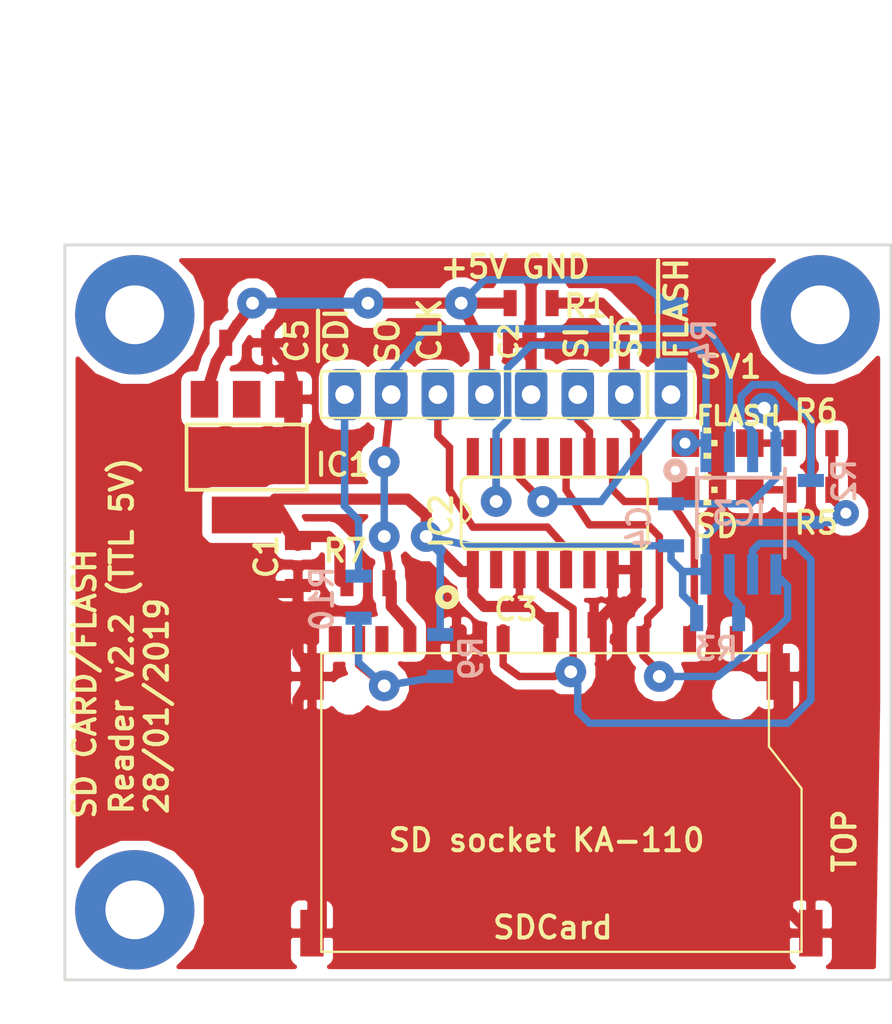
<source format=kicad_pcb>
(kicad_pcb (version 20171130) (host pcbnew "(5.0.2)-1")

  (general
    (thickness 1.6)
    (drawings 49)
    (tracks 281)
    (zones 0)
    (modules 21)
    (nets 24)
  )

  (page A4)
  (layers
    (0 Top signal)
    (31 Bottom signal)
    (32 B.Adhes user)
    (33 F.Adhes user)
    (34 B.Paste user)
    (35 F.Paste user)
    (36 B.SilkS user)
    (37 F.SilkS user)
    (38 B.Mask user)
    (39 F.Mask user)
    (40 Dwgs.User user)
    (41 Cmts.User user)
    (42 Eco1.User user)
    (43 Eco2.User user)
    (44 Edge.Cuts user)
    (45 Margin user)
    (46 B.CrtYd user)
    (47 F.CrtYd user)
    (48 B.Fab user)
    (49 F.Fab user)
  )

  (setup
    (last_trace_width 0.25)
    (trace_clearance 0.1524)
    (zone_clearance 0.508)
    (zone_45_only no)
    (trace_min 0.2)
    (segment_width 0.2)
    (edge_width 0.15)
    (via_size 0.8)
    (via_drill 0.4)
    (via_min_size 0.4)
    (via_min_drill 0.3)
    (uvia_size 0.3)
    (uvia_drill 0.1)
    (uvias_allowed no)
    (uvia_min_size 0.2)
    (uvia_min_drill 0.1)
    (pcb_text_width 0.3)
    (pcb_text_size 1.5 1.5)
    (mod_edge_width 0.15)
    (mod_text_size 1 1)
    (mod_text_width 0.15)
    (pad_size 3.2 3.2)
    (pad_drill 3.2)
    (pad_to_mask_clearance 0.051)
    (solder_mask_min_width 0.25)
    (aux_axis_origin 0 0)
    (visible_elements 7FFFFFFF)
    (pcbplotparams
      (layerselection 0x010fc_ffffffff)
      (usegerberextensions false)
      (usegerberattributes false)
      (usegerberadvancedattributes false)
      (creategerberjobfile false)
      (excludeedgelayer true)
      (linewidth 0.100000)
      (plotframeref false)
      (viasonmask false)
      (mode 1)
      (useauxorigin false)
      (hpglpennumber 1)
      (hpglpenspeed 20)
      (hpglpendiameter 15.000000)
      (psnegative false)
      (psa4output false)
      (plotreference true)
      (plotvalue true)
      (plotinvisibletext false)
      (padsonsilk false)
      (subtractmaskfromsilk false)
      (outputformat 1)
      (mirror false)
      (drillshape 1)
      (scaleselection 1)
      (outputdirectory ""))
  )

  (net 0 "")
  (net 1 GND)
  (net 2 +3V3)
  (net 3 "Net-(U$1-Pad9)")
  (net 4 /~CS)
  (net 5 /DI_MOSI)
  (net 6 /SCLK)
  (net 7 /DO_MISO)
  (net 8 "Net-(U$1-Pad8)")
  (net 9 "Net-(R10-PadP$1)")
  (net 10 "Net-(U$1-Pad10)")
  (net 11 /+5V)
  (net 12 /~SS_SD)
  (net 13 /MOSI')
  (net 14 "Net-(IC2-Pad6)")
  (net 15 /SCLK')
  (net 16 /~SS_FLASH)
  (net 17 /~CS1)
  (net 18 "Net-(IC2-Pad2)")
  (net 19 "Net-(IC3-Pad3)")
  (net 20 "Net-(IC3-Pad7)")
  (net 21 /~CDI)
  (net 22 "Net-(LED1_SD1-PadA)")
  (net 23 "Net-(LED2_FLASH1-PadA)")

  (net_class Default "This is the default net class."
    (clearance 0.1524)
    (trace_width 0.25)
    (via_dia 0.8)
    (via_drill 0.4)
    (uvia_dia 0.3)
    (uvia_drill 0.1)
    (add_net +3V3)
    (add_net /+5V)
    (add_net /DI_MOSI)
    (add_net /DO_MISO)
    (add_net /MOSI')
    (add_net /SCLK)
    (add_net /SCLK')
    (add_net /~CDI)
    (add_net /~CS)
    (add_net /~CS1)
    (add_net /~SS_FLASH)
    (add_net /~SS_SD)
    (add_net GND)
    (add_net "Net-(IC2-Pad2)")
    (add_net "Net-(IC2-Pad6)")
    (add_net "Net-(IC3-Pad3)")
    (add_net "Net-(IC3-Pad7)")
    (add_net "Net-(LED1_SD1-PadA)")
    (add_net "Net-(LED2_FLASH1-PadA)")
    (add_net "Net-(R10-PadP$1)")
    (add_net "Net-(U$1-Pad10)")
    (add_net "Net-(U$1-Pad8)")
    (add_net "Net-(U$1-Pad9)")
  )

  (module SD_CARD_and_SPI_FLASH_v2.2:SDCMF-10915W010 (layer Top) (tedit 5CB8BB64) (tstamp 5CB88766)
    (at 152.6711 119.9236)
    (path /89E33A62)
    (fp_text reference U$1 (at 0 0) (layer F.SilkS) hide
      (effects (font (size 1.27 1.27) (thickness 0.15)))
    )
    (fp_text value SDCARDVAR2 (at 0 0) (layer F.SilkS) hide
      (effects (font (size 1.27 1.27) (thickness 0.15)))
    )
    (fp_text user "SD socket KA-110" (at -9.1611 -1.8136) (layer F.SilkS)
      (effects (font (size 1.2065 1.2065) (thickness 0.22)) (justify left bottom))
    )
    (fp_text user SDCard (at 3.302 1.524) (layer F.SilkS)
      (effects (font (size 1.2065 1.2065) (thickness 0.22)) (justify right top))
    )
    (fp_line (start 11.684 -7.62) (end 13.462 -5.334) (layer F.SilkS) (width 0.127))
    (fp_line (start 11.684 -12.7) (end 11.684 -7.62) (layer F.SilkS) (width 0.127))
    (fp_line (start 13.462 3.556) (end 13.462 -5.334) (layer F.SilkS) (width 0.127))
    (fp_line (start 12.192 3.556) (end 13.462 3.556) (layer F.SilkS) (width 0.127))
    (fp_line (start -12.7 3.556) (end 12.192 3.556) (layer F.SilkS) (width 0.127))
    (fp_line (start -12.7 -12.7) (end -12.7 3.556) (layer F.SilkS) (width 0.127))
    (fp_line (start -12.7 -12.7) (end 11.684 -12.7) (layer F.SilkS) (width 0.127))
    (pad "" np_thru_hole circle (at -11.176 -10.414) (size 1.1 1.1) (drill 1.1) (layers *.Cu *.Mask))
    (pad "" np_thru_hole circle (at 9.906 -10.414) (size 1.6 1.6) (drill 1.6) (layers *.Cu *.Mask))
    (pad 9 smd rect (at 9.906 -13.462 90) (size 1.4224 0.7112) (layers Top F.Paste F.Mask)
      (net 3 "Net-(U$1-Pad9)") (solder_mask_margin 0.0508))
    (pad 1 smd rect (at 7.366 -13.462 90) (size 1.4224 0.7112) (layers Top F.Paste F.Mask)
      (net 4 /~CS) (solder_mask_margin 0.0508))
    (pad 2 smd rect (at 4.826 -13.462 90) (size 1.4224 0.7112) (layers Top F.Paste F.Mask)
      (net 5 /DI_MOSI) (solder_mask_margin 0.0508))
    (pad 3 smd rect (at 2.286 -13.462 90) (size 1.4224 0.7112) (layers Top F.Paste F.Mask)
      (net 1 GND) (solder_mask_margin 0.0508))
    (pad 4 smd rect (at -0.254 -13.462 90) (size 1.4224 0.7112) (layers Top F.Paste F.Mask)
      (net 2 +3V3) (solder_mask_margin 0.0508))
    (pad 5 smd rect (at -2.794 -13.462 90) (size 1.4224 0.7112) (layers Top F.Paste F.Mask)
      (net 6 /SCLK) (solder_mask_margin 0.0508))
    (pad 6 smd rect (at -5.334 -13.462 90) (size 1.4224 0.7112) (layers Top F.Paste F.Mask)
      (net 1 GND) (solder_mask_margin 0.0508))
    (pad 7 smd rect (at -7.874 -13.462 90) (size 1.4224 0.7112) (layers Top F.Paste F.Mask)
      (net 7 /DO_MISO) (solder_mask_margin 0.0508))
    (pad 8 smd rect (at -9.398 -13.462 90) (size 1.4224 0.7112) (layers Top F.Paste F.Mask)
      (net 8 "Net-(U$1-Pad8)") (solder_mask_margin 0.0508))
    (pad 11 smd rect (at -10.668 -13.462 90) (size 1.4224 0.7112) (layers Top F.Paste F.Mask)
      (net 9 "Net-(R10-PadP$1)") (solder_mask_margin 0.0508))
    (pad 10 smd rect (at -11.938 -13.462 90) (size 1.4224 0.7112) (layers Top F.Paste F.Mask)
      (net 10 "Net-(U$1-Pad10)") (solder_mask_margin 0.0508))
    (pad 12 smd rect (at 12.192 -11.43 90) (size 2.54 1.27) (layers Top F.Paste F.Mask)
      (net 1 GND) (solder_mask_margin 0.0508))
    (pad 13 smd rect (at 13.97 2.54 90) (size 2.54 1.27) (layers Top F.Paste F.Mask)
      (net 1 GND) (solder_mask_margin 0.0508))
    (pad 14 smd rect (at -13.208 2.54 90) (size 2.54 1.27) (layers Top F.Paste F.Mask)
      (net 1 GND) (solder_mask_margin 0.0508))
    (pad 15 smd rect (at -13.208 -11.43 90) (size 2.54 1.27) (layers Top F.Paste F.Mask)
      (net 1 GND) (solder_mask_margin 0.0508))
    (model ${KISYS3DMOD}/Connector_Card.3dshapes/SD_Card.wrl
      (offset (xyz -13.1 -4 0))
      (scale (xyz 0.4 0.26 0.35))
      (rotate (xyz 0 0 0))
    )
  )

  (module SD_CARD_and_SPI_FLASH_v2.2:C0805H (layer Top) (tedit 0) (tstamp 5CB88783)
    (at 138.7011 102.3976 90)
    (descr LYT)
    (path /7E1E0447)
    (fp_text reference C1 (at -0.889 -1.016 90) (layer F.SilkS)
      (effects (font (size 1.2065 1.2065) (thickness 0.22)) (justify left bottom))
    )
    (fp_text value 1-10uf (at -0.889 2.286 90) (layer F.Fab)
      (effects (font (size 1.2065 1.2065) (thickness 0.1016)) (justify left bottom))
    )
    (fp_poly (pts (xy 0.3556 0.7239) (xy 1.1057 0.7239) (xy 1.1057 -0.7262) (xy 0.3556 -0.7262)) (layer F.Fab) (width 0))
    (fp_poly (pts (xy -1.0922 0.7239) (xy -0.3421 0.7239) (xy -0.3421 -0.7262) (xy -1.0922 -0.7262)) (layer F.Fab) (width 0))
    (fp_line (start -0.356 0.66) (end 0.381 0.66) (layer F.Fab) (width 0.1016))
    (fp_line (start -0.381 -0.66) (end 0.381 -0.66) (layer F.Fab) (width 0.1016))
    (pad P$2 smd rect (at 1.143 0 180) (size 1.4224 0.7112) (layers Top F.Paste F.Mask)
      (net 2 +3V3) (solder_mask_margin 0.0508))
    (pad P$1 smd rect (at -1.143 0 180) (size 1.4224 0.7112) (layers Top F.Paste F.Mask)
      (net 1 GND) (solder_mask_margin 0.0508))
    (model ${KISYS3DMOD}/Capacitor_SMD.3dshapes/C_0805_2012Metric.wrl
      (at (xyz 0 0 0))
      (scale (xyz 1 1 1))
      (rotate (xyz 0 0 0))
    )
  )

  (module SD_CARD_and_SPI_FLASH_v2.2:R0805H (layer Top) (tedit 0) (tstamp 5CB8878C)
    (at 142.5111 103.4136)
    (descr LYT)
    (path /6C198247)
    (fp_text reference R7 (at -2.5571 -1.0516) (layer F.SilkS)
      (effects (font (size 1.2065 1.2065) (thickness 0.22)) (justify left bottom))
    )
    (fp_text value 10K (at -0.762 2.286) (layer F.Fab)
      (effects (font (size 1.2065 1.2065) (thickness 0.1016)) (justify left bottom))
    )
    (fp_poly (pts (xy -1.0668 0.6985) (xy -0.4168 0.6985) (xy -0.4168 -0.7015) (xy -1.0668 -0.7015)) (layer F.Fab) (width 0))
    (fp_poly (pts (xy 0.4064 0.6985) (xy 1.0564 0.6985) (xy 1.0564 -0.7015) (xy 0.4064 -0.7015)) (layer F.Fab) (width 0))
    (fp_line (start -0.41 0.635) (end 0.41 0.635) (layer F.Fab) (width 0.1524))
    (fp_line (start -0.41 -0.635) (end 0.41 -0.635) (layer F.Fab) (width 0.1524))
    (pad P$2 smd rect (at 1.143 0 90) (size 1.4224 0.7112) (layers Top F.Paste F.Mask)
      (net 7 /DO_MISO) (solder_mask_margin 0.0508))
    (pad P$1 smd rect (at -1.143 0 90) (size 1.4224 0.7112) (layers Top F.Paste F.Mask)
      (net 2 +3V3) (solder_mask_margin 0.0508))
    (model ${KISYS3DMOD}/Resistor_SMD.3dshapes/R_0805_2012Metric.wrl
      (at (xyz 0 0 0))
      (scale (xyz 1 1 1))
      (rotate (xyz 0 0 0))
    )
  )

  (module SD_CARD_and_SPI_FLASH_v2.2:SOT223 (layer Top) (tedit 0) (tstamp 5CB88795)
    (at 135.9071 96.5556 180)
    (descr "<b>Small Outline Transistor 223</b><p>\nPLASTIC PACKAGE CASE 318E-04<br>\nSource: http://www.onsemi.co.jp .. LM137M-D.PDF")
    (path /BD6DE1C4)
    (fp_text reference IC1 (at -6.8409 0.2896 180) (layer F.SilkS)
      (effects (font (size 1.2065 1.2065) (thickness 0.22)) (justify right top))
    )
    (fp_text value NCP1117ST33T3G (at -2.54 1.3208 180) (layer F.Fab)
      (effects (font (size 1.2065 1.2065) (thickness 0.1016)) (justify right top))
    )
    (fp_poly (pts (xy 1.8796 1.8034) (xy 1.8796 3.6576) (xy 2.7432 3.6576) (xy 2.7432 1.8034)) (layer F.Fab) (width 0))
    (fp_poly (pts (xy -2.7432 1.8034) (xy -2.7432 3.6576) (xy -1.8796 3.6576) (xy -1.8796 1.8034)) (layer F.Fab) (width 0))
    (fp_poly (pts (xy -0.4318 1.8034) (xy -0.4318 3.6576) (xy 0.4318 3.6576) (xy 0.4318 1.8034)) (layer F.Fab) (width 0))
    (fp_poly (pts (xy -1.6002 -3.6576) (xy -1.6002 -1.8034) (xy 1.6002 -1.8034) (xy 1.6002 -3.6576)) (layer F.Fab) (width 0))
    (fp_poly (pts (xy 1.8796 1.8034) (xy 1.8796 3.6576) (xy 2.7432 3.6576) (xy 2.7432 1.8034)) (layer F.Fab) (width 0))
    (fp_poly (pts (xy -2.7432 1.8034) (xy -2.7432 3.6576) (xy -1.8796 3.6576) (xy -1.8796 1.8034)) (layer F.Fab) (width 0))
    (fp_poly (pts (xy -0.4318 1.8034) (xy -0.4318 3.6576) (xy 0.4318 3.6576) (xy 0.4318 1.8034)) (layer F.Fab) (width 0))
    (fp_poly (pts (xy -1.6002 -3.6576) (xy -1.6002 -1.8034) (xy 1.6002 -1.8034) (xy 1.6002 -3.6576)) (layer F.Fab) (width 0))
    (fp_text user wavesoldering (at 0.4 0.5 180) (layer Cmts.User)
      (effects (font (size 0.2413 0.2413) (thickness 0.02032)) (justify left bottom))
    )
    (fp_text user "transportation for" (at 0.4 0.05 180) (layer Cmts.User)
      (effects (font (size 0.2413 0.2413) (thickness 0.02032)) (justify left bottom))
    )
    (fp_text user "direction of pcb" (at 0.4 -0.4 180) (layer Cmts.User)
      (effects (font (size 0.2413 0.2413) (thickness 0.02032)) (justify left bottom))
    )
    (fp_line (start -0.2 0.3) (end 0 0.7) (layer Cmts.User) (width 0.127))
    (fp_line (start 0.2 0.3) (end -0.2 0.3) (layer Cmts.User) (width 0.127))
    (fp_line (start 0 0.7) (end 0.2 0.3) (layer Cmts.User) (width 0.127))
    (fp_line (start 0.2 -0.2) (end 0 -0.6) (layer Cmts.User) (width 0.127))
    (fp_line (start -0.2 -0.2) (end 0.2 -0.2) (layer Cmts.User) (width 0.127))
    (fp_line (start 0 -0.6) (end -0.2 -0.2) (layer Cmts.User) (width 0.127))
    (fp_line (start 0 0.7) (end 0 -0.6) (layer Cmts.User) (width 0.127))
    (fp_line (start -3.277 -1.778) (end 3.277 -1.778) (layer F.SilkS) (width 0.2032))
    (fp_line (start -3.277 1.778) (end -3.277 -1.778) (layer F.SilkS) (width 0.2032))
    (fp_line (start 3.277 1.778) (end -3.277 1.778) (layer F.SilkS) (width 0.2032))
    (fp_line (start 3.277 -1.778) (end 3.277 1.778) (layer F.SilkS) (width 0.2032))
    (pad 4 smd rect (at 0 -3.15 180) (size 3.8 2) (layers Top F.Paste F.Mask)
      (net 2 +3V3) (solder_mask_margin 0.0508))
    (pad 3 smd rect (at 2.3 3.15 180) (size 1.5 2) (layers Top F.Paste F.Mask)
      (net 11 /+5V) (solder_mask_margin 0.0508))
    (pad 2 smd rect (at 0 3.15 180) (size 1.5 2) (layers Top F.Paste F.Mask)
      (solder_mask_margin 0.0508))
    (pad 1 smd rect (at -2.3 3.15 180) (size 1.5 2) (layers Top F.Paste F.Mask)
      (net 1 GND) (solder_mask_margin 0.0508))
    (model ${KISYS3DMOD}/Package_TO_SOT_SMD.3dshapes/SOT-223.wrl
      (at (xyz 0 0 0))
      (scale (xyz 1 1 1))
      (rotate (xyz 0 0 -90))
    )
  )

  (module SD_CARD_and_SPI_FLASH_v2.2:C0805H (layer Top) (tedit 0) (tstamp 5CB887B2)
    (at 150.1311 90.3326 180)
    (descr LYT)
    (path /1A9AB6F7)
    (fp_text reference C2 (at 0.5251 1.1786 90) (layer F.SilkS)
      (effects (font (size 1 1) (thickness 0.2)) (justify right top))
    )
    (fp_text value 1-10uf (at -0.889 2.286 180) (layer F.Fab)
      (effects (font (size 1.2065 1.2065) (thickness 0.1016)) (justify right top))
    )
    (fp_poly (pts (xy 0.3556 0.7239) (xy 1.1057 0.7239) (xy 1.1057 -0.7262) (xy 0.3556 -0.7262)) (layer F.Fab) (width 0))
    (fp_poly (pts (xy -1.0922 0.7239) (xy -0.3421 0.7239) (xy -0.3421 -0.7262) (xy -1.0922 -0.7262)) (layer F.Fab) (width 0))
    (fp_line (start -0.356 0.66) (end 0.381 0.66) (layer F.Fab) (width 0.1016))
    (fp_line (start -0.381 -0.66) (end 0.381 -0.66) (layer F.Fab) (width 0.1016))
    (pad P$2 smd rect (at 1.143 0 270) (size 1.4224 0.7112) (layers Top F.Paste F.Mask)
      (net 11 /+5V) (solder_mask_margin 0.0508))
    (pad P$1 smd rect (at -1.143 0 270) (size 1.4224 0.7112) (layers Top F.Paste F.Mask)
      (net 1 GND) (solder_mask_margin 0.0508))
    (model ${KISYS3DMOD}/Capacitor_SMD.3dshapes/C_0805_2012Metric.wrl
      (at (xyz 0 0 0))
      (scale (xyz 1 1 1))
      (rotate (xyz 0 0 0))
    )
  )

  (module SD_CARD_and_SPI_FLASH_v2.2:SO16 (layer Top) (tedit 0) (tstamp 5CB887BB)
    (at 152.6711 99.6036)
    (descr "<b>Small Outline package</b> 150 mil")
    (path /1BCBF158)
    (fp_text reference IC2 (at -5.461 2.032 90) (layer F.SilkS)
      (effects (font (size 1.2065 1.2065) (thickness 0.22)) (justify left bottom))
    )
    (fp_text value HEF4050BT (at -4.064 0.635) (layer F.Fab)
      (effects (font (size 1.2065 1.2065) (thickness 0.127)) (justify left bottom))
    )
    (fp_poly (pts (xy 4.191 -1.9558) (xy 4.699 -1.9558) (xy 4.699 -3.0988) (xy 4.191 -3.0988)) (layer F.Fab) (width 0))
    (fp_poly (pts (xy 2.921 -1.9558) (xy 3.429 -1.9558) (xy 3.429 -3.0988) (xy 2.921 -3.0988)) (layer F.Fab) (width 0))
    (fp_poly (pts (xy 1.651 -1.9558) (xy 2.159 -1.9558) (xy 2.159 -3.0988) (xy 1.651 -3.0988)) (layer F.Fab) (width 0))
    (fp_poly (pts (xy 0.381 -1.9558) (xy 0.889 -1.9558) (xy 0.889 -3.0988) (xy 0.381 -3.0988)) (layer F.Fab) (width 0))
    (fp_poly (pts (xy 4.191 3.0988) (xy 4.699 3.0988) (xy 4.699 1.9558) (xy 4.191 1.9558)) (layer F.Fab) (width 0))
    (fp_poly (pts (xy 2.921 3.0988) (xy 3.429 3.0988) (xy 3.429 1.9558) (xy 2.921 1.9558)) (layer F.Fab) (width 0))
    (fp_poly (pts (xy 1.651 3.0988) (xy 2.159 3.0988) (xy 2.159 1.9558) (xy 1.651 1.9558)) (layer F.Fab) (width 0))
    (fp_poly (pts (xy 0.381 3.0988) (xy 0.889 3.0988) (xy 0.889 1.9558) (xy 0.381 1.9558)) (layer F.Fab) (width 0))
    (fp_poly (pts (xy -4.699 -1.9558) (xy -4.191 -1.9558) (xy -4.191 -3.0988) (xy -4.699 -3.0988)) (layer F.Fab) (width 0))
    (fp_poly (pts (xy -3.429 -1.9558) (xy -2.921 -1.9558) (xy -2.921 -3.0988) (xy -3.429 -3.0988)) (layer F.Fab) (width 0))
    (fp_poly (pts (xy -2.159 -1.9558) (xy -1.651 -1.9558) (xy -1.651 -3.0988) (xy -2.159 -3.0988)) (layer F.Fab) (width 0))
    (fp_poly (pts (xy -0.889 3.0988) (xy -0.381 3.0988) (xy -0.381 1.9558) (xy -0.889 1.9558)) (layer F.Fab) (width 0))
    (fp_poly (pts (xy -2.159 3.0734) (xy -1.651 3.0734) (xy -1.651 1.9304) (xy -2.159 1.9304)) (layer F.Fab) (width 0))
    (fp_poly (pts (xy -3.429 3.0988) (xy -2.921 3.0988) (xy -2.921 1.9558) (xy -3.429 1.9558)) (layer F.Fab) (width 0))
    (fp_poly (pts (xy -4.699 3.0988) (xy -4.191 3.0988) (xy -4.191 1.9558) (xy -4.699 1.9558)) (layer F.Fab) (width 0))
    (fp_poly (pts (xy -0.889 -1.9558) (xy -0.381 -1.9558) (xy -0.381 -3.0988) (xy -0.889 -3.0988)) (layer F.Fab) (width 0))
    (fp_line (start -5.08 1.6002) (end 5.08 1.6002) (layer F.SilkS) (width 0.0508))
    (fp_arc (start -5.08 0) (end -5.08 -0.508) (angle 180) (layer F.SilkS) (width 0.1524))
    (fp_line (start -5.08 0.508) (end -5.08 1.5748) (layer F.SilkS) (width 0.1524))
    (fp_line (start -5.08 -0.508) (end -5.08 0.508) (layer F.SilkS) (width 0.1524))
    (fp_line (start -5.08 -1.5748) (end -5.08 -0.508) (layer F.SilkS) (width 0.1524))
    (fp_line (start 5.08 1.5748) (end 5.08 -1.5748) (layer F.SilkS) (width 0.1524))
    (fp_line (start -4.699 1.9558) (end 4.699 1.9558) (layer F.SilkS) (width 0.1524))
    (fp_arc (start -4.699 1.5748) (end -5.08 1.5748) (angle -90) (layer F.SilkS) (width 0.1524))
    (fp_arc (start 4.699 -1.5748) (end 4.699 -1.9558) (angle 90) (layer F.SilkS) (width 0.1524))
    (fp_arc (start -4.699 -1.5748) (end -5.08 -1.5748) (angle 90) (layer F.SilkS) (width 0.1524))
    (fp_arc (start 4.699 1.5748) (end 4.699 1.9558) (angle -90) (layer F.SilkS) (width 0.1524))
    (fp_line (start 4.699 -1.9558) (end -4.699 -1.9558) (layer F.SilkS) (width 0.1524))
    (pad 9 smd rect (at 4.445 -3.0734) (size 0.6604 2.032) (layers Top F.Paste F.Mask)
      (net 12 /~SS_SD) (solder_mask_margin 0.0508))
    (pad 8 smd rect (at 4.445 3.0734) (size 0.6604 2.032) (layers Top F.Paste F.Mask)
      (net 1 GND) (solder_mask_margin 0.0508))
    (pad 10 smd rect (at 3.175 -3.0734) (size 0.6604 2.032) (layers Top F.Paste F.Mask)
      (net 4 /~CS) (solder_mask_margin 0.0508))
    (pad 11 smd rect (at 1.905 -3.0734) (size 0.6604 2.032) (layers Top F.Paste F.Mask)
      (net 13 /MOSI') (solder_mask_margin 0.0508))
    (pad 7 smd rect (at 3.175 3.0734) (size 0.6604 2.032) (layers Top F.Paste F.Mask)
      (net 1 GND) (solder_mask_margin 0.0508))
    (pad 6 smd rect (at 1.905 3.0734) (size 0.6604 2.032) (layers Top F.Paste F.Mask)
      (net 14 "Net-(IC2-Pad6)") (solder_mask_margin 0.0508))
    (pad 12 smd rect (at 0.635 -3.0734) (size 0.6604 2.032) (layers Top F.Paste F.Mask)
      (net 5 /DI_MOSI) (solder_mask_margin 0.0508))
    (pad 5 smd rect (at 0.635 3.0734) (size 0.6604 2.032) (layers Top F.Paste F.Mask)
      (net 15 /SCLK') (solder_mask_margin 0.0508))
    (pad 13 smd rect (at -0.635 -3.0734) (size 0.6604 2.032) (layers Top F.Paste F.Mask)
      (solder_mask_margin 0.0508))
    (pad 4 smd rect (at -0.635 3.0734) (size 0.6604 2.032) (layers Top F.Paste F.Mask)
      (net 6 /SCLK) (solder_mask_margin 0.0508))
    (pad 14 smd rect (at -1.905 -3.0734) (size 0.6604 2.032) (layers Top F.Paste F.Mask)
      (net 16 /~SS_FLASH) (solder_mask_margin 0.0508))
    (pad 15 smd rect (at -3.175 -3.0734) (size 0.6604 2.032) (layers Top F.Paste F.Mask)
      (net 17 /~CS1) (solder_mask_margin 0.0508))
    (pad 3 smd rect (at -1.905 3.0734) (size 0.6604 2.032) (layers Top F.Paste F.Mask)
      (net 2 +3V3) (solder_mask_margin 0.0508))
    (pad 2 smd rect (at -3.175 3.0734) (size 0.6604 2.032) (layers Top F.Paste F.Mask)
      (net 18 "Net-(IC2-Pad2)") (solder_mask_margin 0.0508))
    (pad 16 smd rect (at -4.445 -3.0734) (size 0.6604 2.032) (layers Top F.Paste F.Mask)
      (solder_mask_margin 0.0508))
    (pad 1 smd rect (at -4.445 3.0734) (size 0.6604 2.032) (layers Top F.Paste F.Mask)
      (net 2 +3V3) (solder_mask_margin 0.0508))
    (model ${KISYS3DMOD}/Package_SO.3dshapes/SOIC-16_3.9x9.9mm_P1.27mm.wrl
      (at (xyz 0 0 0))
      (scale (xyz 1 1 1))
      (rotate (xyz 0 0 -90))
    )
  )

  (module SD_CARD_and_SPI_FLASH_v2.2:R0805H (layer Top) (tedit 0) (tstamp 5CB887EA)
    (at 151.4011 88.1736 180)
    (descr LYT)
    (path /DE04AF3C)
    (fp_text reference R1 (at -4.3009 0.5436 180) (layer F.SilkS)
      (effects (font (size 1.2065 1.2065) (thickness 0.22)) (justify right top))
    )
    (fp_text value 10K (at -0.762 2.286 180) (layer F.Fab)
      (effects (font (size 1.2065 1.2065) (thickness 0.1016)) (justify right top))
    )
    (fp_poly (pts (xy -1.0668 0.6985) (xy -0.4168 0.6985) (xy -0.4168 -0.7015) (xy -1.0668 -0.7015)) (layer F.Fab) (width 0))
    (fp_poly (pts (xy 0.4064 0.6985) (xy 1.0564 0.6985) (xy 1.0564 -0.7015) (xy 0.4064 -0.7015)) (layer F.Fab) (width 0))
    (fp_line (start -0.41 0.635) (end 0.41 0.635) (layer F.Fab) (width 0.1524))
    (fp_line (start -0.41 -0.635) (end 0.41 -0.635) (layer F.Fab) (width 0.1524))
    (pad P$2 smd rect (at 1.143 0 270) (size 1.4224 0.7112) (layers Top F.Paste F.Mask)
      (net 11 /+5V) (solder_mask_margin 0.0508))
    (pad P$1 smd rect (at -1.143 0 270) (size 1.4224 0.7112) (layers Top F.Paste F.Mask)
      (net 12 /~SS_SD) (solder_mask_margin 0.0508))
    (model ${KISYS3DMOD}/Resistor_SMD.3dshapes/R_0805_2012Metric.wrl
      (at (xyz 0 0 0))
      (scale (xyz 1 1 1))
      (rotate (xyz 0 0 0))
    )
  )

  (module SD_CARD_and_SPI_FLASH_v2.2:C0805H (layer Top) (tedit 0) (tstamp 5CB887F3)
    (at 153.6871 105.6996 180)
    (descr LYT)
    (path /5A203FEF)
    (fp_text reference C3 (at 1.7951 1.5596 180) (layer F.SilkS)
      (effects (font (size 1.2065 1.2065) (thickness 0.22)) (justify right top))
    )
    (fp_text value 1-10uf (at -0.889 2.286 180) (layer F.Fab)
      (effects (font (size 1.2065 1.2065) (thickness 0.1016)) (justify right top))
    )
    (fp_poly (pts (xy 0.3556 0.7239) (xy 1.1057 0.7239) (xy 1.1057 -0.7262) (xy 0.3556 -0.7262)) (layer F.Fab) (width 0))
    (fp_poly (pts (xy -1.0922 0.7239) (xy -0.3421 0.7239) (xy -0.3421 -0.7262) (xy -1.0922 -0.7262)) (layer F.Fab) (width 0))
    (fp_line (start -0.356 0.66) (end 0.381 0.66) (layer F.Fab) (width 0.1016))
    (fp_line (start -0.381 -0.66) (end 0.381 -0.66) (layer F.Fab) (width 0.1016))
    (pad P$2 smd rect (at 1.143 0 270) (size 1.4224 0.7112) (layers Top F.Paste F.Mask)
      (net 2 +3V3) (solder_mask_margin 0.0508))
    (pad P$1 smd rect (at -1.143 0 270) (size 1.4224 0.7112) (layers Top F.Paste F.Mask)
      (net 1 GND) (solder_mask_margin 0.0508))
    (model ${KISYS3DMOD}/Capacitor_SMD.3dshapes/C_0805_2012Metric.wrl
      (at (xyz 0 0 0))
      (scale (xyz 1 1 1))
      (rotate (xyz 0 0 0))
    )
  )

  (module SD_CARD_and_SPI_FLASH_v2.2:R0805H (layer Bottom) (tedit 5CB88B93) (tstamp 5CB887FC)
    (at 166.6411 98.9686 270)
    (descr LYT)
    (path /8EFFCFBB)
    (fp_text reference R2 (at -2.4486 -2.5229 270) (layer B.SilkS)
      (effects (font (size 1.2065 1.2065) (thickness 0.22)) (justify left bottom mirror))
    )
    (fp_text value 10k (at -0.762 -2.286 270) (layer B.Fab)
      (effects (font (size 1.2065 1.2065) (thickness 0.1016)) (justify left bottom mirror))
    )
    (fp_poly (pts (xy -1.0668 -0.6985) (xy -0.4168 -0.6985) (xy -0.4168 0.7015) (xy -1.0668 0.7015)) (layer B.Fab) (width 0))
    (fp_poly (pts (xy 0.4064 -0.6985) (xy 1.0564 -0.6985) (xy 1.0564 0.7015) (xy 0.4064 0.7015)) (layer B.Fab) (width 0))
    (fp_line (start -0.41 -0.635) (end 0.41 -0.635) (layer B.Fab) (width 0.1524))
    (fp_line (start -0.41 0.635) (end 0.41 0.635) (layer B.Fab) (width 0.1524))
    (pad P$2 smd rect (at 1.143 0 180) (size 1.4224 0.7112) (layers Bottom B.Paste B.Mask)
      (net 2 +3V3) (solder_mask_margin 0.0508))
    (pad P$1 smd rect (at -1.143 0 180) (size 1.4224 0.7112) (layers Bottom B.Paste B.Mask)
      (net 19 "Net-(IC3-Pad3)") (solder_mask_margin 0.0508))
    (model ${KISYS3DMOD}/Resistor_SMD.3dshapes/R_0805_2012Metric.wrl
      (at (xyz 0 0 0))
      (scale (xyz 1 1 1))
      (rotate (xyz 0 0 0))
    )
  )

  (module SD_CARD_and_SPI_FLASH_v2.2:R0805H (layer Bottom) (tedit 0) (tstamp 5CB88805)
    (at 161.5611 105.3186)
    (descr LYT)
    (path /ABABC248)
    (fp_text reference R3 (at 1.2529 2.3774) (layer B.SilkS)
      (effects (font (size 1.2065 1.2065) (thickness 0.22)) (justify left bottom mirror))
    )
    (fp_text value 10k (at -0.762 -2.286) (layer B.Fab)
      (effects (font (size 1.2065 1.2065) (thickness 0.1016)) (justify left bottom mirror))
    )
    (fp_poly (pts (xy -1.0668 -0.6985) (xy -0.4168 -0.6985) (xy -0.4168 0.7015) (xy -1.0668 0.7015)) (layer B.Fab) (width 0))
    (fp_poly (pts (xy 0.4064 -0.6985) (xy 1.0564 -0.6985) (xy 1.0564 0.7015) (xy 0.4064 0.7015)) (layer B.Fab) (width 0))
    (fp_line (start -0.41 -0.635) (end 0.41 -0.635) (layer B.Fab) (width 0.1524))
    (fp_line (start -0.41 0.635) (end 0.41 0.635) (layer B.Fab) (width 0.1524))
    (pad P$2 smd rect (at 1.143 0 270) (size 1.4224 0.7112) (layers Bottom B.Paste B.Mask)
      (net 20 "Net-(IC3-Pad7)") (solder_mask_margin 0.0508))
    (pad P$1 smd rect (at -1.143 0 270) (size 1.4224 0.7112) (layers Bottom B.Paste B.Mask)
      (net 2 +3V3) (solder_mask_margin 0.0508))
    (model ${KISYS3DMOD}/Resistor_SMD.3dshapes/R_0805_2012Metric.wrl
      (at (xyz 0 0 0))
      (scale (xyz 1 1 1))
      (rotate (xyz 0 0 0))
    )
  )

  (module SD_CARD_and_SPI_FLASH_v2.2:SO-08M (layer Bottom) (tedit 5CB88BA5) (tstamp 5CB8880E)
    (at 162.8311 99.6036)
    (descr "<B>Small Outline Medium Plastic Gull Wing</B><p>\n207-mil body, package type SM")
    (path /169BC9D7)
    (fp_text reference IC3 (at 1.5069 0.7264) (layer B.SilkS)
      (effects (font (size 1.2065 1.2065) (thickness 0.22)) (justify left bottom mirror))
    )
    (fp_text value 25LC256-512-1024/25AA02E48 (at 3.937 -2.54 -90) (layer B.Fab)
      (effects (font (size 1.2065 1.2065) (thickness 0.1016)) (justify left bottom mirror))
    )
    (fp_line (start 2.4 2.43) (end 2.4 -1.93) (layer B.SilkS) (width 0.2032))
    (fp_line (start 2.4 -1.93) (end 2.4 -2.43) (layer B.SilkS) (width 0.2032))
    (fp_line (start 2.4 -2.43) (end -2.4 -2.43) (layer B.Fab) (width 0.2032))
    (fp_line (start -2.4 -2.43) (end -2.4 -1.93) (layer B.SilkS) (width 0.2032))
    (fp_line (start -2.4 -1.93) (end -2.4 2.43) (layer B.SilkS) (width 0.2032))
    (fp_line (start -2.4 2.43) (end 2.4 2.43) (layer B.Fab) (width 0.2032))
    (fp_line (start 2.4 -1.93) (end -2.4 -1.93) (layer B.SilkS) (width 0.2032))
    (fp_text user "SO8 Medium" (at -1.905 -1.27) (layer Cmts.User)
      (effects (font (size 0.28956 0.28956) (thickness 0.024384)) (justify left bottom))
    )
    (fp_text user Microchip (at -1.905 -0.635) (layer Cmts.User)
      (effects (font (size 0.28956 0.28956) (thickness 0.024384)) (justify left bottom))
    )
    (pad 2 smd rect (at -0.635 -3.33) (size 0.6 2.2) (layers Bottom B.Paste B.Mask)
      (net 7 /DO_MISO) (solder_mask_margin 0.0508))
    (pad 7 smd rect (at -0.635 3.33) (size 0.6 2.2) (layers Bottom B.Paste B.Mask)
      (net 20 "Net-(IC3-Pad7)") (solder_mask_margin 0.0508))
    (pad 1 smd rect (at -1.905 -3.33) (size 0.6 2.2) (layers Bottom B.Paste B.Mask)
      (net 17 /~CS1) (solder_mask_margin 0.0508))
    (pad 3 smd rect (at 0.635 -3.33) (size 0.6 2.2) (layers Bottom B.Paste B.Mask)
      (net 19 "Net-(IC3-Pad3)") (solder_mask_margin 0.0508))
    (pad 4 smd rect (at 1.905 -3.33) (size 0.6 2.2) (layers Bottom B.Paste B.Mask)
      (net 1 GND) (solder_mask_margin 0.0508))
    (pad 8 smd rect (at -1.905 3.33) (size 0.6 2.2) (layers Bottom B.Paste B.Mask)
      (net 2 +3V3) (solder_mask_margin 0.0508))
    (pad 6 smd rect (at 0.635 3.33) (size 0.6 2.2) (layers Bottom B.Paste B.Mask)
      (net 6 /SCLK) (solder_mask_margin 0.0508))
    (pad 5 smd rect (at 1.905 3.33) (size 0.6 2.2) (layers Bottom B.Paste B.Mask)
      (net 5 /DI_MOSI) (solder_mask_margin 0.0508))
    (model ${KISYS3DMOD}/Package_SO.3dshapes/SOIC-8-1EP_3.9x4.9mm_P1.27mm_EP2.35x2.35mm.wrl
      (at (xyz 0 0 0))
      (scale (xyz 1 1 1))
      (rotate (xyz 0 0 -90))
    )
  )

  (module SD_CARD_and_SPI_FLASH_v2.2:R1206H (layer Bottom) (tedit 5CB88BAF) (tstamp 5CB8882A)
    (at 159.0211 89.9516 90)
    (descr LYT)
    (path /30FCCEAE)
    (fp_text reference R4 (at 1.0516 2.5229 90) (layer B.SilkS)
      (effects (font (size 1.2065 1.2065) (thickness 0.22)) (justify left bottom mirror))
    )
    (fp_text value 10K (at -1.397 -2.413 90) (layer B.Fab)
      (effects (font (size 1.2065 1.2065) (thickness 0.1016)) (justify left bottom mirror))
    )
    (fp_poly (pts (xy 0.9525 -0.8763) (xy 1.6891 -0.8763) (xy 1.6891 0.8763) (xy 0.9525 0.8763)) (layer B.Fab) (width 0))
    (fp_poly (pts (xy -1.6891 -0.8763) (xy -0.9525 -0.8763) (xy -0.9525 0.8763) (xy -1.6891 0.8763)) (layer B.Fab) (width 0))
    (fp_line (start 0.9525 0.8128) (end -0.9652 0.8128) (layer B.Fab) (width 0.1524))
    (fp_line (start 0.9525 -0.8128) (end -0.9652 -0.8128) (layer B.Fab) (width 0.1524))
    (pad P$2 smd rect (at -1.651 0) (size 1.778 0.9144) (layers Bottom B.Paste B.Mask)
      (net 16 /~SS_FLASH) (solder_mask_margin 0.0508))
    (pad P$1 smd rect (at 1.651 0) (size 1.778 0.9144) (layers Bottom B.Paste B.Mask)
      (net 11 /+5V) (solder_mask_margin 0.0508))
    (model ${KISYS3DMOD}/Resistor_SMD.3dshapes/R_0805_2012Metric.wrl
      (at (xyz 0 0 0))
      (scale (xyz 1 1 1))
      (rotate (xyz 0 0 0))
    )
    (model ${KISYS3DMOD}/Resistor_SMD.3dshapes/R_1206_3216Metric.wrl
      (at (xyz 0 0 0))
      (scale (xyz 1 1 1))
      (rotate (xyz 0 0 0))
    )
  )

  (module SD_CARD_and_SPI_FLASH_v2.2:C0805H (layer Bottom) (tedit 5CB88B86) (tstamp 5CB88833)
    (at 159.0211 100.2386 270)
    (descr LYT)
    (path /D1B1B054)
    (fp_text reference C4 (at -1.1786 1.0331 270) (layer B.SilkS)
      (effects (font (size 1.2065 1.2065) (thickness 0.22)) (justify left bottom mirror))
    )
    (fp_text value 1-10uf (at -0.889 -2.286 270) (layer B.Fab)
      (effects (font (size 1.2065 1.2065) (thickness 0.1016)) (justify left bottom mirror))
    )
    (fp_poly (pts (xy 0.3556 -0.7239) (xy 1.1057 -0.7239) (xy 1.1057 0.7262) (xy 0.3556 0.7262)) (layer B.Fab) (width 0))
    (fp_poly (pts (xy -1.0922 -0.7239) (xy -0.3421 -0.7239) (xy -0.3421 0.7262) (xy -1.0922 0.7262)) (layer B.Fab) (width 0))
    (fp_line (start -0.356 -0.66) (end 0.381 -0.66) (layer B.Fab) (width 0.1016))
    (fp_line (start -0.381 0.66) (end 0.381 0.66) (layer B.Fab) (width 0.1016))
    (pad P$2 smd rect (at 1.143 0 180) (size 1.4224 0.7112) (layers Bottom B.Paste B.Mask)
      (net 2 +3V3) (solder_mask_margin 0.0508))
    (pad P$1 smd rect (at -1.143 0 180) (size 1.4224 0.7112) (layers Bottom B.Paste B.Mask)
      (net 1 GND) (solder_mask_margin 0.0508))
    (model ${KISYS3DMOD}/Capacitor_SMD.3dshapes/C_0805_2012Metric.wrl
      (at (xyz 0 0 0))
      (scale (xyz 1 1 1))
      (rotate (xyz 0 0 0))
    )
  )

  (module SD_CARD_and_SPI_FLASH_v2.2:R0805H (layer Top) (tedit 0) (tstamp 5CB8883C)
    (at 166.6411 98.3336)
    (descr LYT)
    (path /40C38255)
    (fp_text reference R5 (at -1.0331 2.5044) (layer F.SilkS)
      (effects (font (size 1.2065 1.2065) (thickness 0.22)) (justify left bottom))
    )
    (fp_text value 1Kom (at -0.762 2.286) (layer F.Fab)
      (effects (font (size 1.2065 1.2065) (thickness 0.1016)) (justify left bottom))
    )
    (fp_poly (pts (xy -1.0668 0.6985) (xy -0.4168 0.6985) (xy -0.4168 -0.7015) (xy -1.0668 -0.7015)) (layer F.Fab) (width 0))
    (fp_poly (pts (xy 0.4064 0.6985) (xy 1.0564 0.6985) (xy 1.0564 -0.7015) (xy 0.4064 -0.7015)) (layer F.Fab) (width 0))
    (fp_line (start -0.41 0.635) (end 0.41 0.635) (layer F.Fab) (width 0.1524))
    (fp_line (start -0.41 -0.635) (end 0.41 -0.635) (layer F.Fab) (width 0.1524))
    (pad P$2 smd rect (at 1.143 0 90) (size 1.4224 0.7112) (layers Top F.Paste F.Mask)
      (net 2 +3V3) (solder_mask_margin 0.0508))
    (pad P$1 smd rect (at -1.143 0 90) (size 1.4224 0.7112) (layers Top F.Paste F.Mask)
      (net 22 "Net-(LED1_SD1-PadA)") (solder_mask_margin 0.0508))
    (model ${KISYS3DMOD}/Resistor_SMD.3dshapes/R_0805_2012Metric.wrl
      (at (xyz 0 0 0))
      (scale (xyz 1 1 1))
      (rotate (xyz 0 0 0))
    )
  )

  (module SD_CARD_and_SPI_FLASH_v2.2:CHIPLED_1206 (layer Top) (tedit 0) (tstamp 5CB88845)
    (at 161.5611 98.3336 90)
    (descr "<b>CHIPLED</b><p>\nSource: http://www.osram.convergy.de/ ... LG_LY N971.pdf")
    (path /40AAA9A6)
    (fp_text reference SD (at -1.27 1.27 180) (layer F.SilkS)
      (effects (font (size 1.2065 1.2065) (thickness 0.22)) (justify right top))
    )
    (fp_text value LED_RED_SMD (at 2.54 1.27 180) (layer F.Fab)
      (effects (font (size 1.2065 1.2065) (thickness 0.1016)) (justify right top))
    )
    (fp_poly (pts (xy -0.175 0) (xy 0.175 0) (xy 0.175 -0.35) (xy -0.175 -0.35)) (layer F.SilkS) (width 0))
    (fp_poly (pts (xy 0.525 -0.35) (xy 0.85 -0.35) (xy 0.85 -0.775) (xy 0.525 -0.775)) (layer F.SilkS) (width 0))
    (fp_poly (pts (xy -0.85 -0.35) (xy -0.525 -0.35) (xy -0.525 -0.775) (xy -0.85 -0.775)) (layer F.SilkS) (width 0))
    (fp_poly (pts (xy -0.85 1.65) (xy 0.85 1.65) (xy 0.85 0.95) (xy -0.85 0.95)) (layer F.Fab) (width 0))
    (fp_poly (pts (xy -0.85 -0.95) (xy 0.85 -0.95) (xy 0.85 -1.25) (xy -0.85 -1.25)) (layer F.Fab) (width 0))
    (fp_poly (pts (xy 0.25 -1.225) (xy 0.85 -1.225) (xy 0.85 -1.35) (xy 0.25 -1.35)) (layer F.Fab) (width 0))
    (fp_poly (pts (xy 0.35 -1.3) (xy 0.85 -1.3) (xy 0.85 -1.65) (xy 0.35 -1.65)) (layer F.Fab) (width 0))
    (fp_poly (pts (xy -0.65 -1.225) (xy -0.225 -1.225) (xy -0.225 -1.35) (xy -0.65 -1.35)) (layer F.Fab) (width 0))
    (fp_poly (pts (xy -0.45 -1.225) (xy -0.325 -1.225) (xy -0.325 -1.45) (xy -0.45 -1.45)) (layer F.Fab) (width 0))
    (fp_poly (pts (xy -0.85 -1.225) (xy -0.625 -1.225) (xy -0.625 -1.55) (xy -0.85 -1.55)) (layer F.Fab) (width 0))
    (fp_poly (pts (xy -0.85 -1.525) (xy -0.35 -1.525) (xy -0.35 -1.65) (xy -0.85 -1.65)) (layer F.Fab) (width 0))
    (fp_circle (center -0.55 -1.425) (end -0.45 -1.425) (layer F.Fab) (width 0.1016))
    (fp_line (start 0.8 -0.95) (end 0.8 0.95) (layer F.Fab) (width 0.1016))
    (fp_line (start -0.8 0.95) (end -0.8 -0.95) (layer F.Fab) (width 0.1016))
    (fp_arc (start 0 -1.625799) (end -0.4 -1.6) (angle -172.619069) (layer F.Fab) (width 0.1016))
    (pad A smd rect (at 0 1.75 90) (size 1.5 1.5) (layers Top F.Paste F.Mask)
      (net 22 "Net-(LED1_SD1-PadA)") (solder_mask_margin 0.0508))
    (pad C smd rect (at 0 -1.75 90) (size 1.5 1.5) (layers Top F.Paste F.Mask)
      (net 4 /~CS) (solder_mask_margin 0.0508))
    (model ${KISYS3DMOD}/LED_SMD.3dshapes/LED_1206_3216Metric.wrl
      (at (xyz 0 0 0))
      (scale (xyz 1 1 1))
      (rotate (xyz 0 0 -90))
    )
  )

  (module SD_CARD_and_SPI_FLASH_v2.2:CHIPLED_1206 (layer Top) (tedit 0) (tstamp 5CB88859)
    (at 161.5611 95.7936 90)
    (descr "<b>CHIPLED</b><p>\nSource: http://www.osram.convergy.de/ ... LG_LY N971.pdf")
    (path /84A3B2EB)
    (fp_text reference FLASH (at 2.0676 3.5389 180) (layer F.SilkS)
      (effects (font (size 1 1) (thickness 0.22)) (justify right top))
    )
    (fp_text value LED_GREEN_SMD (at 2.54 1.27 180) (layer F.Fab)
      (effects (font (size 1.2065 1.2065) (thickness 0.1016)) (justify right top))
    )
    (fp_poly (pts (xy -0.175 0) (xy 0.175 0) (xy 0.175 -0.35) (xy -0.175 -0.35)) (layer F.SilkS) (width 0))
    (fp_poly (pts (xy 0.525 -0.35) (xy 0.85 -0.35) (xy 0.85 -0.775) (xy 0.525 -0.775)) (layer F.SilkS) (width 0))
    (fp_poly (pts (xy -0.85 -0.35) (xy -0.525 -0.35) (xy -0.525 -0.775) (xy -0.85 -0.775)) (layer F.SilkS) (width 0))
    (fp_poly (pts (xy -0.85 1.65) (xy 0.85 1.65) (xy 0.85 0.95) (xy -0.85 0.95)) (layer F.Fab) (width 0))
    (fp_poly (pts (xy -0.85 -0.95) (xy 0.85 -0.95) (xy 0.85 -1.25) (xy -0.85 -1.25)) (layer F.Fab) (width 0))
    (fp_poly (pts (xy 0.25 -1.225) (xy 0.85 -1.225) (xy 0.85 -1.35) (xy 0.25 -1.35)) (layer F.Fab) (width 0))
    (fp_poly (pts (xy 0.35 -1.3) (xy 0.85 -1.3) (xy 0.85 -1.65) (xy 0.35 -1.65)) (layer F.Fab) (width 0))
    (fp_poly (pts (xy -0.65 -1.225) (xy -0.225 -1.225) (xy -0.225 -1.35) (xy -0.65 -1.35)) (layer F.Fab) (width 0))
    (fp_poly (pts (xy -0.45 -1.225) (xy -0.325 -1.225) (xy -0.325 -1.45) (xy -0.45 -1.45)) (layer F.Fab) (width 0))
    (fp_poly (pts (xy -0.85 -1.225) (xy -0.625 -1.225) (xy -0.625 -1.55) (xy -0.85 -1.55)) (layer F.Fab) (width 0))
    (fp_poly (pts (xy -0.85 -1.525) (xy -0.35 -1.525) (xy -0.35 -1.65) (xy -0.85 -1.65)) (layer F.Fab) (width 0))
    (fp_circle (center -0.55 -1.425) (end -0.45 -1.425) (layer F.Fab) (width 0.1016))
    (fp_line (start 0.8 -0.95) (end 0.8 0.95) (layer F.Fab) (width 0.1016))
    (fp_line (start -0.8 0.95) (end -0.8 -0.95) (layer F.Fab) (width 0.1016))
    (fp_arc (start 0 -1.625799) (end -0.4 -1.6) (angle -172.619069) (layer F.Fab) (width 0.1016))
    (pad A smd rect (at 0 1.75 90) (size 1.5 1.5) (layers Top F.Paste F.Mask)
      (net 23 "Net-(LED2_FLASH1-PadA)") (solder_mask_margin 0.0508))
    (pad C smd rect (at 0 -1.75 90) (size 1.5 1.5) (layers Top F.Paste F.Mask)
      (net 17 /~CS1) (solder_mask_margin 0.0508))
    (model ${KISYS3DMOD}/LED_SMD.3dshapes/LED_1206_3216Metric.wrl
      (at (xyz 0 0 0))
      (scale (xyz 1 1 1))
      (rotate (xyz 0 0 -90))
    )
  )

  (module SD_CARD_and_SPI_FLASH_v2.2:R0805H (layer Top) (tedit 0) (tstamp 5CB8886D)
    (at 166.6411 95.7936)
    (descr LYT)
    (path /91C0EA6F)
    (fp_text reference R6 (at -1.0331 -1.016) (layer F.SilkS)
      (effects (font (size 1.2065 1.2065) (thickness 0.22)) (justify left bottom))
    )
    (fp_text value 1Kom (at -0.762 2.286) (layer F.Fab)
      (effects (font (size 1.2065 1.2065) (thickness 0.1016)) (justify left bottom))
    )
    (fp_poly (pts (xy -1.0668 0.6985) (xy -0.4168 0.6985) (xy -0.4168 -0.7015) (xy -1.0668 -0.7015)) (layer F.Fab) (width 0))
    (fp_poly (pts (xy 0.4064 0.6985) (xy 1.0564 0.6985) (xy 1.0564 -0.7015) (xy 0.4064 -0.7015)) (layer F.Fab) (width 0))
    (fp_line (start -0.41 0.635) (end 0.41 0.635) (layer F.Fab) (width 0.1524))
    (fp_line (start -0.41 -0.635) (end 0.41 -0.635) (layer F.Fab) (width 0.1524))
    (pad P$2 smd rect (at 1.143 0 90) (size 1.4224 0.7112) (layers Top F.Paste F.Mask)
      (net 2 +3V3) (solder_mask_margin 0.0508))
    (pad P$1 smd rect (at -1.143 0 90) (size 1.4224 0.7112) (layers Top F.Paste F.Mask)
      (net 23 "Net-(LED2_FLASH1-PadA)") (solder_mask_margin 0.0508))
    (model ${KISYS3DMOD}/Resistor_SMD.3dshapes/R_0805_2012Metric.wrl
      (at (xyz 0 0 0))
      (scale (xyz 1 1 1))
      (rotate (xyz 0 0 0))
    )
  )

  (module SD_CARD_and_SPI_FLASH_v2.2:R0805H (layer Bottom) (tedit 5CB88B6C) (tstamp 5CB88876)
    (at 146.4481 107.3506 270)
    (descr LYT)
    (path /A33C9AC9)
    (fp_text reference R9 (at -1.1786 -2.3959 270) (layer B.SilkS)
      (effects (font (size 1.2065 1.2065) (thickness 0.22)) (justify left bottom mirror))
    )
    (fp_text value 10K (at -0.762 -2.286 270) (layer B.Fab)
      (effects (font (size 1.2065 1.2065) (thickness 0.1016)) (justify left bottom mirror))
    )
    (fp_poly (pts (xy -1.0668 -0.6985) (xy -0.4168 -0.6985) (xy -0.4168 0.7015) (xy -1.0668 0.7015)) (layer B.Fab) (width 0))
    (fp_poly (pts (xy 0.4064 -0.6985) (xy 1.0564 -0.6985) (xy 1.0564 0.7015) (xy 0.4064 0.7015)) (layer B.Fab) (width 0))
    (fp_line (start -0.41 -0.635) (end 0.41 -0.635) (layer B.Fab) (width 0.1524))
    (fp_line (start -0.41 0.635) (end 0.41 0.635) (layer B.Fab) (width 0.1524))
    (pad P$2 smd rect (at 1.143 0 180) (size 1.4224 0.7112) (layers Bottom B.Paste B.Mask)
      (net 9 "Net-(R10-PadP$1)") (solder_mask_margin 0.0508))
    (pad P$1 smd rect (at -1.143 0 180) (size 1.4224 0.7112) (layers Bottom B.Paste B.Mask)
      (net 2 +3V3) (solder_mask_margin 0.0508))
    (model ${KISYS3DMOD}/Resistor_SMD.3dshapes/R_0805_2012Metric.wrl
      (at (xyz 0 0 0))
      (scale (xyz 1 1 1))
      (rotate (xyz 0 0 0))
    )
  )

  (module SD_CARD_and_SPI_FLASH_v2.2:R0805H (layer Bottom) (tedit 5CB88B7C) (tstamp 5CB89D45)
    (at 142.0031 104.1756 90)
    (descr LYT)
    (path /79B2D2A6)
    (fp_text reference R10 (at 1.8136 -1.2871 90) (layer B.SilkS)
      (effects (font (size 1.2065 1.2065) (thickness 0.22)) (justify left bottom mirror))
    )
    (fp_text value 100 (at -0.762 -2.286 90) (layer B.Fab)
      (effects (font (size 1.2065 1.2065) (thickness 0.1016)) (justify left bottom mirror))
    )
    (fp_poly (pts (xy -1.0668 -0.6985) (xy -0.4168 -0.6985) (xy -0.4168 0.7015) (xy -1.0668 0.7015)) (layer B.Fab) (width 0))
    (fp_poly (pts (xy 0.4064 -0.6985) (xy 1.0564 -0.6985) (xy 1.0564 0.7015) (xy 0.4064 0.7015)) (layer B.Fab) (width 0))
    (fp_line (start -0.41 -0.635) (end 0.41 -0.635) (layer B.Fab) (width 0.1524))
    (fp_line (start -0.41 0.635) (end 0.41 0.635) (layer B.Fab) (width 0.1524))
    (pad P$2 smd rect (at 1.143 0) (size 1.4224 0.7112) (layers Bottom B.Paste B.Mask)
      (net 21 /~CDI) (solder_mask_margin 0.0508))
    (pad P$1 smd rect (at -1.143 0) (size 1.4224 0.7112) (layers Bottom B.Paste B.Mask)
      (net 9 "Net-(R10-PadP$1)") (solder_mask_margin 0.0508))
    (model ${KISYS3DMOD}/Resistor_SMD.3dshapes/R_0805_2012Metric.wrl
      (at (xyz 0 0 0))
      (scale (xyz 1 1 1))
      (rotate (xyz 0 0 0))
    )
  )

  (module SD_CARD_and_SPI_FLASH_v2.2:C0805H (layer Top) (tedit 0) (tstamp 5CB88888)
    (at 135.9071 90.3326 180)
    (descr LYT)
    (path /75D28406)
    (fp_text reference C5 (at -2.0149 1.4326 270) (layer F.SilkS)
      (effects (font (size 1.2065 1.2065) (thickness 0.22)) (justify right top))
    )
    (fp_text value 0.1uf (at -0.889 2.286 180) (layer F.Fab)
      (effects (font (size 1.2065 1.2065) (thickness 0.1016)) (justify right top))
    )
    (fp_poly (pts (xy 0.3556 0.7239) (xy 1.1057 0.7239) (xy 1.1057 -0.7262) (xy 0.3556 -0.7262)) (layer F.Fab) (width 0))
    (fp_poly (pts (xy -1.0922 0.7239) (xy -0.3421 0.7239) (xy -0.3421 -0.7262) (xy -1.0922 -0.7262)) (layer F.Fab) (width 0))
    (fp_line (start -0.356 0.66) (end 0.381 0.66) (layer F.Fab) (width 0.1016))
    (fp_line (start -0.381 -0.66) (end 0.381 -0.66) (layer F.Fab) (width 0.1016))
    (pad P$2 smd rect (at 1.143 0 270) (size 1.4224 0.7112) (layers Top F.Paste F.Mask)
      (net 11 /+5V) (solder_mask_margin 0.0508))
    (pad P$1 smd rect (at -1.143 0 270) (size 1.4224 0.7112) (layers Top F.Paste F.Mask)
      (net 1 GND) (solder_mask_margin 0.0508))
    (model ${KISYS3DMOD}/Capacitor_SMD.3dshapes/C_0805_2012Metric.wrl
      (at (xyz 0 0 0))
      (scale (xyz 1 1 1))
      (rotate (xyz 0 0 0))
    )
  )

  (module SD_CARD_and_SPI_FLASH_v2.2:1X08-BIG (layer Top) (tedit 5CB88CE7) (tstamp 5CB88891)
    (at 150.1311 93.152 180)
    (path /F982510E)
    (fp_text reference SV1 (at -13.9529 2.22 180) (layer F.SilkS)
      (effects (font (size 1.2065 1.2065) (thickness 0.22)) (justify right top))
    )
    (fp_text value SD/NOR-FLASH/SPI (at -10.16 3.175 180) (layer F.Fab)
      (effects (font (size 1.2065 1.2065) (thickness 0.1016)) (justify right top))
    )
    (fp_poly (pts (xy 8.636 0.254) (xy 9.144 0.254) (xy 9.144 -0.254) (xy 8.636 -0.254)) (layer F.Fab) (width 0))
    (fp_poly (pts (xy -9.144 0.254) (xy -8.636 0.254) (xy -8.636 -0.254) (xy -9.144 -0.254)) (layer F.Fab) (width 0))
    (fp_poly (pts (xy -6.604 0.254) (xy -6.096 0.254) (xy -6.096 -0.254) (xy -6.604 -0.254)) (layer F.Fab) (width 0))
    (fp_poly (pts (xy -4.064 0.254) (xy -3.556 0.254) (xy -3.556 -0.254) (xy -4.064 -0.254)) (layer F.Fab) (width 0))
    (fp_poly (pts (xy -1.524 0.254) (xy -1.016 0.254) (xy -1.016 -0.254) (xy -1.524 -0.254)) (layer F.Fab) (width 0))
    (fp_poly (pts (xy 1.016 0.254) (xy 1.524 0.254) (xy 1.524 -0.254) (xy 1.016 -0.254)) (layer F.Fab) (width 0))
    (fp_poly (pts (xy 3.556 0.254) (xy 4.064 0.254) (xy 4.064 -0.254) (xy 3.556 -0.254)) (layer F.Fab) (width 0))
    (fp_poly (pts (xy 6.096 0.254) (xy 6.604 0.254) (xy 6.604 -0.254) (xy 6.096 -0.254)) (layer F.Fab) (width 0))
    (fp_line (start -10.16 1.27) (end -10.16 -1.27) (layer F.SilkS) (width 0.127))
    (fp_line (start 10.16 1.27) (end -10.16 1.27) (layer F.SilkS) (width 0.127))
    (fp_line (start 10.16 -1.27) (end 10.16 1.27) (layer F.SilkS) (width 0.127))
    (fp_line (start -10.16 -1.27) (end 10.16 -1.27) (layer F.SilkS) (width 0.127))
    (pad 8 thru_hole roundrect (at 8.89 0 270) (size 2.778 1.778) (drill 1.016) (layers *.Cu *.Mask) (roundrect_rratio 0.25)
      (net 21 /~CDI) (solder_mask_margin 0.0508))
    (pad 7 thru_hole roundrect (at 6.35 0 270) (size 2.778 1.778) (drill 1.016) (layers *.Cu *.Mask) (roundrect_rratio 0.25)
      (net 7 /DO_MISO) (solder_mask_margin 0.0508))
    (pad 6 thru_hole roundrect (at 3.81 0 270) (size 2.778 1.778) (drill 1.016) (layers *.Cu *.Mask) (roundrect_rratio 0.25)
      (net 15 /SCLK') (solder_mask_margin 0.0508))
    (pad 5 thru_hole roundrect (at 1.27 0 270) (size 2.778 1.778) (drill 1.016) (layers *.Cu *.Mask) (roundrect_rratio 0.25)
      (net 11 /+5V) (solder_mask_margin 0.0508))
    (pad 4 thru_hole roundrect (at -1.27 0 270) (size 2.778 1.778) (drill 1.016) (layers *.Cu *.Mask) (roundrect_rratio 0.25)
      (net 1 GND) (solder_mask_margin 0.0508))
    (pad 3 thru_hole roundrect (at -3.81 0 270) (size 2.778 1.778) (drill 1.016) (layers *.Cu *.Mask) (roundrect_rratio 0.25)
      (net 13 /MOSI') (solder_mask_margin 0.0508))
    (pad 2 thru_hole roundrect (at -6.35 0 270) (size 2.778 1.778) (drill 1.016) (layers *.Cu *.Mask) (roundrect_rratio 0.25)
      (net 12 /~SS_SD) (solder_mask_margin 0.0508))
    (pad 1 thru_hole roundrect (at -8.89 0 270) (size 2.778 1.778) (drill 1.016) (layers *.Cu *.Mask) (roundrect_rratio 0.25)
      (net 16 /~SS_FLASH) (solder_mask_margin 0.0508))
    (model ${KISYS3DMOD}/Connector_PinHeader_2.54mm.3dshapes/PinHeader_1x08_P2.54mm_Vertical.wrl
      (offset (xyz -9 0 0))
      (scale (xyz 1 1 1))
      (rotate (xyz 0 0 -90))
    )
  )

  (gr_line (start 157.734 91.948) (end 157.734 94.388) (layer F.SilkS) (width 0.2))
  (gr_line (start 126.0011 125.0036) (end 171.0011 125.0036) (layer Edge.Cuts) (width 0.15) (tstamp 13B93DD0))
  (gr_line (start 171.0011 125.0036) (end 171.0011 85.0036) (layer Edge.Cuts) (width 0.15) (tstamp 13B93E70))
  (gr_line (start 171.0011 85.0036) (end 126.0011 85.0036) (layer Edge.Cuts) (width 0.15) (tstamp 13B90B00))
  (gr_line (start 126.0011 85.0036) (end 126.0011 125.0036) (layer Edge.Cuts) (width 0.15) (tstamp 13B90BA0))
  (gr_line (start 140.6061 123.7336) (end 140.6061 107.8586) (layer Dwgs.User) (width 0.15) (tstamp 13B90C40))
  (gr_line (start 140.6061 107.8586) (end 152.0361 107.8586) (layer Dwgs.User) (width 0.15) (tstamp 13B90CE0))
  (gr_line (start 155.2111 107.8586) (end 157.1161 107.8586) (layer Dwgs.User) (width 0.15) (tstamp 13B90D80))
  (gr_line (start 159.6561 107.8586) (end 164.1011 107.8586) (layer Dwgs.User) (width 0.15) (tstamp 13B90E20))
  (gr_line (start 164.1011 107.8586) (end 164.1011 112.9386) (layer Dwgs.User) (width 0.15) (tstamp 13B8FF00))
  (gr_line (start 164.1011 112.9386) (end 165.3711 114.8436) (layer Dwgs.User) (width 0.15) (tstamp 13B8FFA0))
  (gr_line (start 165.3711 114.8436) (end 165.3711 123.7336) (layer Dwgs.User) (width 0.15) (tstamp 13B90040))
  (gr_line (start 165.3711 123.7336) (end 140.6061 123.7336) (layer Dwgs.User) (width 0.15) (tstamp 13B900E0))
  (gr_line (start 160.7991 95.1586) (end 160.7991 96.4286) (layer Dwgs.User) (width 0.15) (tstamp 13B90180))
  (gr_line (start 160.7991 96.4286) (end 161.1801 96.4286) (layer Dwgs.User) (width 0.15) (tstamp 13B90220))
  (gr_line (start 161.1801 96.4286) (end 162.3231 96.4286) (layer Dwgs.User) (width 0.15) (tstamp 13B8F700))
  (gr_line (start 162.3231 96.4286) (end 162.3231 95.1586) (layer Dwgs.User) (width 0.15) (tstamp 13B8F7A0))
  (gr_line (start 162.3231 95.1586) (end 161.1801 95.1586) (layer Dwgs.User) (width 0.15) (tstamp 13B8F840))
  (gr_line (start 161.1801 95.1586) (end 160.7991 95.1586) (layer Dwgs.User) (width 0.15) (tstamp 13B8F8E0))
  (gr_line (start 161.1801 95.1586) (end 161.1801 96.4286) (layer Dwgs.User) (width 0.15) (tstamp 13B8F980))
  (gr_line (start 160.7991 97.6986) (end 160.7991 98.9686) (layer Dwgs.User) (width 0.15) (tstamp 13B8FA20))
  (gr_line (start 160.7991 98.9686) (end 161.1801 98.9686) (layer Dwgs.User) (width 0.15) (tstamp 13B93F50))
  (gr_line (start 161.1801 98.9686) (end 162.3231 98.9686) (layer Dwgs.User) (width 0.15) (tstamp 13B93FF0))
  (gr_line (start 162.3231 98.9686) (end 162.3231 97.6986) (layer Dwgs.User) (width 0.15) (tstamp 13B94090))
  (gr_line (start 162.3231 97.6986) (end 161.1801 97.6986) (layer Dwgs.User) (width 0.15) (tstamp 13B94130))
  (gr_line (start 161.1801 97.6986) (end 160.7991 97.6986) (layer Dwgs.User) (width 0.15) (tstamp 13B941D0))
  (gr_line (start 161.1801 97.6986) (end 161.1801 98.9686) (layer Dwgs.User) (width 0.15) (tstamp 13B94270))
  (gr_circle (center 146.8291 104.1756) (end 147.287 104.1756) (layer F.SilkS) (width 0.4064) (tstamp 13B91300))
  (gr_circle (center 159.258 97.282) (end 159.7159 97.282) (layer B.SilkS) (width 0.4064) (tstamp 5CB89E23))
  (gr_text "SD CARD/FLASH" (at 127.7791 116.3676 90) (layer F.SilkS) (tstamp 13B91440)
    (effects (font (size 1.2065 1.2065) (thickness 0.2286)) (justify left bottom))
  )
  (gr_text "Reader v2.2 (TTL 5V)" (at 129.8111 116.1136 90) (layer F.SilkS) (tstamp 13B91580)
    (effects (font (size 1.2065 1.2065) (thickness 0.2286)) (justify left bottom))
  )
  (gr_text TOP (at 169.1811 119.2886 90) (layer F.SilkS) (tstamp 13B90700)
    (effects (font (size 1.2065 1.2065) (thickness 0.2286)) (justify left bottom))
  )
  (gr_text 28/01/2019 (at 131.7161 116.1136 90) (layer F.SilkS) (tstamp 13B90840)
    (effects (font (size 1.2065 1.2065) (thickness 0.2286)) (justify left bottom))
  )
  (gr_text DO_MISO (at 144.4161 84.3636 90) (layer Cmts.User) (tstamp 13B90980)
    (effects (font (size 1.6891 1.6891) (thickness 0.2667)) (justify left bottom))
  )
  (gr_text SCLK (at 146.9561 84.3636 90) (layer Cmts.User) (tstamp 13B91750)
    (effects (font (size 1.6891 1.6891) (thickness 0.2667)) (justify left bottom))
  )
  (gr_text +5V (at 149.4961 84.3636 90) (layer Cmts.User) (tstamp 13B91890)
    (effects (font (size 1.6891 1.6891) (thickness 0.2667)) (justify left bottom))
  )
  (gr_text GND (at 152.0361 84.3636 90) (layer Cmts.User) (tstamp 13B919D0)
    (effects (font (size 1.6891 1.6891) (thickness 0.2667)) (justify left bottom))
  )
  (gr_text DI_MOSI (at 154.5761 84.3636 90) (layer Cmts.User) (tstamp 13B90300)
    (effects (font (size 1.6891 1.6891) (thickness 0.2667)) (justify left bottom))
  )
  (gr_text ~CS_SD (at 157.48 84.3636 90) (layer Cmts.User) (tstamp 13B90440)
    (effects (font (size 1.6891 1.6891) (thickness 0.2667)) (justify left bottom))
  )
  (gr_text ~CS_FLASH (at 160.02 84.3636 90) (layer Cmts.User) (tstamp 13B90580)
    (effects (font (size 1.6891 1.6891) (thickness 0.2667)) (justify left bottom))
  )
  (gr_text ~FLASH (at 160.02 91.3486 90) (layer F.SilkS) (tstamp 13B8FB00)
    (effects (font (size 1.2065 1.2065) (thickness 0.2286)) (justify left bottom))
  )
  (gr_text ~SD (at 157.48 91.3486 90) (layer F.SilkS) (tstamp 13B8FC40)
    (effects (font (size 1.2065 1.2065) (thickness 0.2286)) (justify left bottom))
  )
  (gr_text GND (at 150.7661 86.9036) (layer F.SilkS) (tstamp 13B8FD80)
    (effects (font (size 1.2065 1.2065) (thickness 0.2286)) (justify left bottom))
  )
  (gr_text SI (at 154.5761 91.3486 90) (layer F.SilkS) (tstamp 13B881B0)
    (effects (font (size 1.2065 1.2065) (thickness 0.2286)) (justify left bottom))
  )
  (gr_text SO (at 144.2891 91.6026 90) (layer F.SilkS) (tstamp 13B882F0)
    (effects (font (size 1.2065 1.2065) (thickness 0.2286)) (justify left bottom))
  )
  (gr_text CLK (at 146.5751 91.4756 90) (layer F.SilkS) (tstamp 13B88430)
    (effects (font (size 1.2065 1.2065) (thickness 0.2286)) (justify left bottom))
  )
  (gr_text +5V (at 146.3211 86.9036) (layer F.SilkS) (tstamp 13B8F300)
    (effects (font (size 1.2065 1.2065) (thickness 0.2286)) (justify left bottom))
  )
  (gr_text ~CDI (at 141.4951 91.6026 90) (layer F.SilkS) (tstamp 13B8F440)
    (effects (font (size 1.2065 1.2065) (thickness 0.2286)) (justify left bottom))
  )
  (gr_text ~CDI (at 141.8761 84.3636 90) (layer Cmts.User) (tstamp 13B8F580)
    (effects (font (size 1.6891 1.6891) (thickness 0.2667)) (justify left bottom))
  )

  (via (at 129.8111 88.8086) (size 6.5) (drill 3.2) (layers Top Bottom) (net 0) (tstamp 12F542E0) (status 40000))
  (via (at 167.1491 88.8086) (size 6.5) (drill 3.2) (layers Top Bottom) (net 0) (tstamp 5CB9F07C) (status 40000))
  (via (at 129.8111 121.1936) (size 6.5) (drill 3.2) (layers Top Bottom) (net 0) (tstamp 5CB9F101) (status 40000))
  (segment (start 139.4631 108.4936) (end 138.7011 107.2236) (width 0.6096) (layer Top) (net 1) (tstamp 12F35C00))
  (segment (start 139.9711 122.4636) (end 139.9711 113.5736) (width 0.6096) (layer Top) (net 1) (tstamp 12F35CA0))
  (segment (start 147.5911 105.9536) (end 147.3371 106.4616) (width 0.4064) (layer Top) (net 1) (tstamp 12F35D40))
  (segment (start 139.4631 122.4636) (end 139.9711 122.4636) (width 0.6096) (layer Top) (net 1) (tstamp 12F35DE0))
  (segment (start 138.7011 109.7636) (end 139.4631 108.4936) (width 0.6096) (layer Top) (net 1) (tstamp 12F35E80))
  (segment (start 138.7011 112.3036) (end 138.7011 109.7636) (width 0.6096) (layer Top) (net 1) (tstamp 12F35F20))
  (segment (start 139.9711 113.5736) (end 138.7011 112.3036) (width 0.6096) (layer Top) (net 1) (tstamp 12F35FC0))
  (segment (start 165.3711 121.1936) (end 166.6411 122.4636) (width 0.6096) (layer Top) (net 1) (tstamp 12F36060))
  (segment (start 165.3711 112.3036) (end 165.3711 108.4936) (width 0.6096) (layer Top) (net 1) (tstamp 12F36100))
  (segment (start 165.3711 112.3036) (end 165.3711 121.1936) (width 0.6096) (layer Top) (net 1) (tstamp 12F361A0))
  (segment (start 165.3711 108.4936) (end 164.8631 108.4936) (width 0.4064) (layer Top) (net 1) (tstamp 12F36240))
  (segment (start 155.2111 112.3036) (end 165.3711 112.3036) (width 0.6096) (layer Top) (net 1) (tstamp 12F362E0))
  (segment (start 155.2111 112.3036) (end 155.2111 109.7636) (width 0.6096) (layer Top) (net 1) (tstamp 12F36380))
  (segment (start 155.2111 109.7636) (end 155.2111 105.9536) (width 0.6096) (layer Top) (net 1) (tstamp 12F36420))
  (segment (start 155.2111 105.9536) (end 154.9571 106.4616) (width 0.4064) (layer Top) (net 1) (tstamp 12F364C0))
  (segment (start 139.9711 113.5736) (end 154.5761 113.5736) (width 0.6096) (layer Top) (net 1) (tstamp 12F36560))
  (segment (start 154.5761 113.5736) (end 155.2111 112.9386) (width 0.6096) (layer Top) (net 1) (tstamp 12F36600))
  (segment (start 155.2111 112.9386) (end 155.2111 112.3036) (width 0.6096) (layer Top) (net 1) (tstamp 12F366A0))
  (segment (start 155.2111 109.7636) (end 147.9086 109.7636) (width 0.6096) (layer Top) (net 1) (tstamp 12F3E800))
  (segment (start 147.9086 109.7636) (end 147.5911 109.4461) (width 0.6096) (layer Top) (net 1) (tstamp 12F3E8A0))
  (segment (start 147.5911 109.4461) (end 147.5911 105.9536) (width 0.6096) (layer Top) (net 1) (tstamp 12F3E940))
  (segment (start 138.7011 107.2236) (end 138.7011 103.5406) (width 0.6096) (layer Top) (net 1) (tstamp 12F3E9E0))
  (segment (start 138.2071 93.4056) (end 138.3341 93.8746) (width 0.6096) (layer Top) (net 1) (tstamp 12F3EA80))
  (segment (start 151.4011 86.9036) (end 151.4011 90.7136) (width 0.6096) (layer Top) (net 1) (tstamp 12F3EB20))
  (segment (start 151.4011 90.7136) (end 151.4011 93.152) (width 0.6096) (layer Top) (net 1) (tstamp 12F3EBC0))
  (segment (start 151.2166 86.6976) (end 150.5865 86.3956) (width 0.6096) (layer Top) (net 1) (tstamp 12F3EC60))
  (segment (start 151.4011 86.9036) (end 151.2166 86.6976) (width 0.6096) (layer Top) (net 1) (tstamp 12F3ED00))
  (segment (start 151.4011 90.7136) (end 151.2741 90.3326) (width 0.6096) (layer Top) (net 1) (tstamp 12F3EDA0))
  (segment (start 155.2111 105.9536) (end 155.2111 105.3186) (width 0.6096) (layer Top) (net 1) (tstamp 12F3EE40))
  (segment (start 155.2111 105.3186) (end 155.8461 104.6836) (width 0.6096) (layer Top) (net 1) (tstamp 12F3EEE0))
  (segment (start 155.8461 104.6836) (end 156.4811 104.6836) (width 0.6096) (layer Top) (net 1) (tstamp 12F3EF80))
  (segment (start 156.4811 104.6836) (end 157.1161 104.0486) (width 0.6096) (layer Top) (net 1) (tstamp 12F3F020))
  (segment (start 157.1161 104.0486) (end 157.1161 102.677) (width 0.6096) (layer Top) (net 1) (tstamp 12F3F0C0))
  (segment (start 152.0361 86.2686) (end 151.4011 86.9036) (width 0.6096) (layer Top) (net 1) (tstamp 12F3F200))
  (segment (start 157.7511 86.2686) (end 152.0361 86.2686) (width 0.6096) (layer Top) (net 1) (tstamp 12F3F2A0))
  (segment (start 161.5611 90.0786) (end 157.7511 86.2686) (width 0.6096) (layer Top) (net 1) (tstamp 12F3F340))
  (segment (start 161.5611 93.8886) (end 161.5611 90.0786) (width 0.6096) (layer Top) (net 1) (tstamp 12F3F3E0))
  (segment (start 161.5611 100.8736) (end 161.5611 93.8886) (width 0.6096) (layer Top) (net 1) (tstamp 12F3F480))
  (segment (start 164.7361 104.0486) (end 161.5611 100.8736) (width 0.6096) (layer Top) (net 1) (tstamp 12F3F520))
  (segment (start 164.7361 107.8586) (end 164.7361 104.0486) (width 0.6096) (layer Top) (net 1) (tstamp 12F3F5C0))
  (segment (start 154.8301 106.3346) (end 154.8301 105.6996) (width 0.4064) (layer Top) (net 1) (tstamp 12F3F660))
  (segment (start 154.9571 106.4616) (end 154.8301 106.3346) (width 0.4064) (layer Top) (net 1) (tstamp 12F3F700))
  (segment (start 164.1011 93.8886) (end 164.1011 94.3966) (width 0.4064) (layer Bottom) (net 1) (tstamp 12F3F7A0))
  (segment (start 164.1011 94.3966) (end 164.7361 95.0316) (width 0.4064) (layer Bottom) (net 1) (tstamp 12F3F840))
  (segment (start 164.7361 95.0316) (end 164.7361 96.2736) (width 0.4064) (layer Bottom) (net 1) (tstamp 12F3F8E0))
  (segment (start 161.5611 93.8886) (end 164.1011 93.8886) (width 0.4064) (layer Top) (net 1) (tstamp 12F3F980))
  (segment (start 163.3391 99.0956) (end 159.0211 99.0956) (width 0.4064) (layer Bottom) (net 1) (tstamp 12F3FA20))
  (segment (start 164.7361 97.6986) (end 163.3391 99.0956) (width 0.4064) (layer Bottom) (net 1) (tstamp 12F3FAC0))
  (segment (start 164.7361 96.2736) (end 164.7361 97.6986) (width 0.4064) (layer Bottom) (net 1) (tstamp 12F3FB60))
  (segment (start 151.4011 93.152) (end 151.3811 93.2336) (width 0.4064) (layer Top) (net 1) (tstamp 12F3FC00))
  (segment (start 157.1161 102.677) (end 155.8461 102.677) (width 0.4064) (layer Top) (net 1) (tstamp 12F3FCA0))
  (segment (start 151.4011 93.152) (end 151.4011 91.9836) (width 0.4064) (layer Bottom) (net 1) (tstamp 12F3FD40))
  (segment (start 138.2071 93.4056) (end 138.3201 92.7566) (width 0.4064) (layer Top) (net 1) (tstamp 12F3FDE0))
  (segment (start 132.7321 100.4926) (end 132.7321 100.6196) (width 0.6096) (layer Top) (net 1) (tstamp 12F3FE80))
  (segment (start 132.7321 100.4926) (end 132.7321 97.4446) (width 0.6096) (layer Top) (net 1) (tstamp 12F3FF20))
  (segment (start 132.7321 97.4446) (end 134.5101 96.1746) (width 0.6096) (layer Top) (net 1) (tstamp 12F3FFC0))
  (segment (start 134.5101 96.1746) (end 138.0661 96.1746) (width 0.6096) (layer Top) (net 1) (tstamp 12F40060))
  (segment (start 138.0661 96.1746) (end 138.5741 95.4126) (width 0.6096) (layer Top) (net 1) (tstamp 12F40100))
  (segment (start 138.5741 95.4126) (end 138.5741 92.8726) (width 0.6096) (layer Top) (net 1) (tstamp 12F401A0))
  (segment (start 150.0259 86.2686) (end 140.4791 86.2686) (width 0.6096) (layer Top) (net 1) (tstamp 12F40240))
  (segment (start 150.5865 86.3956) (end 150.5865 86.3956) (width 0.6096) (layer Top) (net 1) (tstamp 12F4030D))
  (segment (start 150.5865 86.3956) (end 150.0259 86.2686) (width 0.6096) (layer Top) (net 1) (tstamp 12F402E0))
  (segment (start 138.5741 92.8726) (end 138.5741 92.7846) (width 0.4064) (layer Top) (net 1) (tstamp 12F40380))
  (segment (start 138.5741 92.7846) (end 138.2071 93.4056) (width 0.4064) (layer Top) (net 1) (tstamp 12F40420))
  (segment (start 138.5741 103.9216) (end 136.1611 103.9216) (width 0.6096) (layer Top) (net 1) (tstamp 12F404C0))
  (segment (start 136.1611 103.9216) (end 132.7321 100.4926) (width 0.6096) (layer Top) (net 1) (tstamp 12F40560))
  (segment (start 138.7011 103.5406) (end 138.5741 103.9216) (width 0.6096) (layer Top) (net 1) (tstamp 12F40600))
  (segment (start 140.4791 86.2686) (end 137.1771 89.5706) (width 0.6096) (layer Top) (net 1) (tstamp 12F406A0))
  (segment (start 137.1771 89.5706) (end 137.0501 90.3326) (width 0.6096) (layer Top) (net 1) (tstamp 12F48800))
  (segment (start 164.8631 108.4936) (end 164.8631 107.9856) (width 0.6096) (layer Top) (net 1) (tstamp 12F488A0))
  (segment (start 164.8631 107.9856) (end 164.7361 107.8586) (width 0.6096) (layer Top) (net 1) (tstamp 12F48940))
  (segment (start 138.1931 91.6026) (end 138.4471 92.4916) (width 0.6096) (layer Top) (net 1) (tstamp 12F489E0))
  (segment (start 137.0501 90.3326) (end 138.1931 91.6026) (width 0.6096) (layer Top) (net 1) (tstamp 12F48A80))
  (via (at 164.1011 93.8886) (size 1.6764) (drill 0.7) (layers Top Bottom) (net 1) (tstamp 12F48B20))
  (segment (start 141.3681 103.4136) (end 140.9871 103.4136) (width 0.4064) (layer Top) (net 2) (tstamp 12F5DA20))
  (segment (start 137.5581 99.3496) (end 138.7011 101.2546) (width 0.8128) (layer Top) (net 2) (tstamp 12F5DAC0))
  (segment (start 137.2283 99.2546) (end 137.5581 99.3496) (width 0.6096) (layer Top) (net 2) (tstamp 12F5DB60))
  (segment (start 135.9071 99.7056) (end 137.2283 99.2546) (width 0.6096) (layer Top) (net 2) (tstamp 12F5DC00))
  (segment (start 138.7011 101.2546) (end 138.7011 100.8736) (width 0.4064) (layer Top) (net 2) (tstamp 12F5DCA0))
  (segment (start 138.7011 100.8736) (end 140.3521 100.8736) (width 0.6096) (layer Top) (net 2) (tstamp 12F5DD40))
  (segment (start 140.3521 100.8736) (end 140.9871 101.5086) (width 0.6096) (layer Top) (net 2) (tstamp 12F5DDE0))
  (segment (start 140.9871 101.5086) (end 140.9871 103.2866) (width 0.6096) (layer Top) (net 2) (tstamp 12F5DE80))
  (segment (start 140.9871 103.2866) (end 141.3681 103.4136) (width 0.4064) (layer Top) (net 2) (tstamp 12F5DF20))
  (segment (start 145.6861 100.8736) (end 147.5911 102.7786) (width 0.6096) (layer Top) (net 2) (tstamp 12F5DFC0))
  (segment (start 147.5911 102.7786) (end 148.1245 102.7786) (width 0.6096) (layer Top) (net 2) (tstamp 12F5E060))
  (segment (start 148.1245 102.7786) (end 148.2261 102.677) (width 0.6096) (layer Top) (net 2) (tstamp 12F5E100))
  (segment (start 148.2261 102.677) (end 148.2261 104.0486) (width 0.6096) (layer Top) (net 2) (tstamp 12F5E1A0))
  (segment (start 148.2261 104.0486) (end 148.8611 104.6836) (width 0.6096) (layer Top) (net 2) (tstamp 12F5E240))
  (segment (start 148.8611 104.6836) (end 150.1311 104.6836) (width 0.6096) (layer Top) (net 2) (tstamp 12F5E2E0))
  (segment (start 150.1311 104.6836) (end 151.4011 104.6836) (width 0.6096) (layer Top) (net 2) (tstamp 12F5E380))
  (segment (start 151.4011 104.6836) (end 152.5441 105.6996) (width 0.6096) (layer Top) (net 2) (tstamp 12F5E420))
  (segment (start 150.1311 104.6836) (end 150.7661 104.0486) (width 0.4064) (layer Top) (net 2) (tstamp 12F5E4C0))
  (segment (start 152.5441 105.6996) (end 152.5441 106.2076) (width 0.4064) (layer Top) (net 2) (tstamp 12F5E560))
  (segment (start 152.5441 106.2076) (end 152.2901 106.4616) (width 0.4064) (layer Top) (net 2) (tstamp 12F5E600))
  (segment (start 152.2901 106.4616) (end 152.4171 106.4616) (width 0.4064) (layer Top) (net 2) (tstamp 12F5E6A0))
  (segment (start 152.5441 106.4616) (end 152.5441 106.5886) (width 0.4064) (layer Top) (net 2) (tstamp 12F5E740))
  (segment (start 152.5441 106.5886) (end 152.2901 106.5886) (width 0.4064) (layer Top) (net 2) (tstamp 12F5E7E0))
  (segment (start 152.4171 106.4616) (end 152.5441 106.4616) (width 0.4064) (layer Top) (net 2) (tstamp 12F5E880))
  (segment (start 148.0991 101.3816) (end 159.0211 101.3816) (width 0.4064) (layer Bottom) (net 2) (tstamp 12F5E920))
  (segment (start 145.6861 100.8736) (end 148.0991 101.3816) (width 0.4064) (layer Bottom) (net 2) (tstamp 12F5E9C0))
  (segment (start 159.0211 101.3816) (end 159.0211 102.1436) (width 0.4064) (layer Bottom) (net 2) (tstamp 12F5EA60))
  (segment (start 159.0211 102.1436) (end 159.6561 102.7786) (width 0.4064) (layer Bottom) (net 2) (tstamp 12F5EB00))
  (segment (start 159.6561 102.7786) (end 160.7711 102.7786) (width 0.4064) (layer Bottom) (net 2) (tstamp 12F5EBA0))
  (segment (start 160.7711 102.7786) (end 160.9261 102.9336) (width 0.4064) (layer Bottom) (net 2) (tstamp 12F5EC40))
  (segment (start 160.4181 104.8106) (end 160.4181 105.3186) (width 0.4064) (layer Bottom) (net 2) (tstamp 12F5ECE0))
  (segment (start 159.6561 104.0486) (end 160.4181 104.8106) (width 0.4064) (layer Bottom) (net 2) (tstamp 12F5ED80))
  (segment (start 159.6561 102.7786) (end 159.6561 104.0486) (width 0.4064) (layer Bottom) (net 2) (tstamp 12F5EE20))
  (segment (start 161.6881 100.1116) (end 166.6411 100.1116) (width 0.4064) (layer Bottom) (net 2) (tstamp 12F5EEC0))
  (segment (start 160.9261 100.8736) (end 161.6881 100.1116) (width 0.4064) (layer Bottom) (net 2) (tstamp 12F5EF60))
  (segment (start 160.9261 102.9336) (end 160.9261 100.8736) (width 0.4064) (layer Bottom) (net 2) (tstamp 12F5F000))
  (segment (start 150.7661 104.0486) (end 150.7661 102.677) (width 0.4064) (layer Top) (net 2) (tstamp 12F5F0A0))
  (segment (start 167.7841 98.8416) (end 167.7841 98.3336) (width 0.4064) (layer Top) (net 2) (tstamp 12F5F140))
  (segment (start 168.5461 99.6036) (end 167.7841 98.8416) (width 0.4064) (layer Top) (net 2) (tstamp 12F5F1E0))
  (segment (start 167.7841 98.3336) (end 167.7841 95.7936) (width 0.4064) (layer Top) (net 2) (tstamp 12F5F280))
  (segment (start 166.6411 100.1116) (end 167.7841 100.1116) (width 0.4064) (layer Bottom) (net 2) (tstamp 12F5F320))
  (segment (start 167.7841 100.1116) (end 168.5461 99.6036) (width 0.4064) (layer Bottom) (net 2) (tstamp 12F5F3C0))
  (segment (start 146.4481 101.6356) (end 146.4481 106.2076) (width 0.4064) (layer Bottom) (net 2) (tstamp 12F5F460))
  (segment (start 145.6861 100.8736) (end 146.4481 101.6356) (width 0.6096) (layer Bottom) (net 2) (tstamp 12F5F500))
  (segment (start 144.6701 98.8416) (end 145.6861 99.7306) (width 0.6096) (layer Top) (net 2) (tstamp 12F5F5A0))
  (segment (start 137.4503 98.8416) (end 144.6701 98.8416) (width 0.6096) (layer Top) (net 2) (tstamp 12F5F640))
  (segment (start 137.2283 99.2546) (end 137.4503 98.8416) (width 0.6096) (layer Top) (net 2) (tstamp 12F5F6E0))
  (segment (start 145.6861 99.7306) (end 145.6861 100.8736) (width 0.6096) (layer Top) (net 2) (tstamp 12F5F780))
  (via (at 145.6861 100.8736) (size 1.6764) (drill 0.7) (layers Top Bottom) (net 2) (tstamp 12F5F820))
  (via (at 168.5461 99.6036) (size 1.4224) (drill 0.6) (layers Top Bottom) (net 2) (tstamp 12F5F8C0))
  (segment (start 160.0371 106.4616) (end 160.0371 105.9536) (width 0.4064) (layer Top) (net 4) (tstamp 12F48E40))
  (segment (start 155.8461 98.3336) (end 155.8461 96.5302) (width 0.4064) (layer Top) (net 4) (tstamp 12F48EE0))
  (segment (start 156.4811 98.9686) (end 155.8461 98.3336) (width 0.4064) (layer Top) (net 4) (tstamp 12F48F80))
  (segment (start 159.0211 98.9686) (end 156.4811 98.9686) (width 0.4064) (layer Top) (net 4) (tstamp 12F49020))
  (segment (start 160.2911 100.8736) (end 159.2165 99.2617) (width 0.4064) (layer Top) (net 4) (tstamp 12F490C0))
  (segment (start 159.2165 99.2617) (end 159.0211 98.9686) (width 0.4064) (layer Top) (net 4) (tstamp 12F49160))
  (segment (start 160.2911 105.6996) (end 160.2911 100.8736) (width 0.4064) (layer Top) (net 4) (tstamp 12F49200))
  (segment (start 160.0371 105.9536) (end 160.2911 105.6996) (width 0.4064) (layer Top) (net 4) (tstamp 12F492A0))
  (segment (start 159.8111 98.6671) (end 159.8111 98.3336) (width 0.4064) (layer Top) (net 4) (tstamp 12F49340))
  (segment (start 159.2165 99.2617) (end 159.8111 98.6671) (width 0.4064) (layer Top) (net 4) (tstamp 12F493E0))
  (segment (start 157.4971 106.4616) (end 157.4971 105.9536) (width 0.4064) (layer Top) (net 5) (tstamp 12F49700))
  (segment (start 154.5761 100.2386) (end 153.3061 98.3336) (width 0.4064) (layer Top) (net 5) (tstamp 12F497A0))
  (segment (start 157.7511 100.2386) (end 154.5761 100.2386) (width 0.4064) (layer Top) (net 5) (tstamp 12F49840))
  (segment (start 158.3861 100.8736) (end 157.7511 100.2386) (width 0.4064) (layer Top) (net 5) (tstamp 12F498E0))
  (segment (start 158.3861 104.6836) (end 158.3861 100.8736) (width 0.4064) (layer Top) (net 5) (tstamp 12F49980))
  (segment (start 157.7511 105.3186) (end 158.3861 104.6836) (width 0.4064) (layer Top) (net 5) (tstamp 12F49A20))
  (segment (start 157.7511 105.6996) (end 157.7511 105.3186) (width 0.4064) (layer Top) (net 5) (tstamp 12F49AC0))
  (segment (start 157.4971 105.9536) (end 157.7511 105.6996) (width 0.4064) (layer Top) (net 5) (tstamp 12F49B60))
  (segment (start 153.3061 98.3336) (end 153.3061 96.5302) (width 0.4064) (layer Top) (net 5) (tstamp 12F49C00))
  (segment (start 158.3861 108.4936) (end 161.5611 108.4936) (width 0.4064) (layer Bottom) (net 5) (tstamp 12F49CA0))
  (segment (start 161.5611 108.4936) (end 164.7361 105.9536) (width 0.4064) (layer Bottom) (net 5) (tstamp 12F49D40))
  (segment (start 164.7361 105.9536) (end 165.3711 105.3186) (width 0.4064) (layer Bottom) (net 5) (tstamp 12F49DE0))
  (segment (start 165.3711 105.3186) (end 165.3711 104.0486) (width 0.4064) (layer Bottom) (net 5) (tstamp 12F49E80))
  (segment (start 165.3711 104.0486) (end 165.3711 103.5686) (width 0.4064) (layer Bottom) (net 5) (tstamp 12F49F20))
  (segment (start 165.3711 103.5686) (end 164.7361 102.9336) (width 0.4064) (layer Bottom) (net 5) (tstamp 12F49FC0))
  (segment (start 158.3861 108.4936) (end 158.3861 108.2396) (width 0.4064) (layer Top) (net 5) (tstamp 12F4A060))
  (segment (start 158.3861 108.2396) (end 157.4971 107.3506) (width 0.4064) (layer Top) (net 5) (tstamp 12F4A100))
  (segment (start 157.4971 107.3506) (end 157.4971 106.4616) (width 0.4064) (layer Top) (net 5) (tstamp 12F4A1A0))
  (via (at 158.3861 108.4936) (size 1.6764) (drill 0.7) (layers Top Bottom) (net 5) (tstamp 12F4A240))
  (segment (start 149.8771 106.4616) (end 149.8771 105.9536) (width 0.6096) (layer Top) (net 6) (tstamp 12F4A560))
  (segment (start 152.0361 103.6676) (end 152.0361 102.677) (width 0.4064) (layer Top) (net 6) (tstamp 12F4A600))
  (segment (start 153.6871 104.8106) (end 152.0361 103.6676) (width 0.4064) (layer Top) (net 6) (tstamp 12F4A6A0))
  (segment (start 153.6871 107.8586) (end 153.6871 104.8106) (width 0.4064) (layer Top) (net 6) (tstamp 12F52800))
  (segment (start 152.6711 108.4936) (end 153.6871 107.8586) (width 0.4064) (layer Top) (net 6) (tstamp 12F528A0))
  (segment (start 150.7661 108.4936) (end 152.6711 108.4936) (width 0.4064) (layer Top) (net 6) (tstamp 12F52940))
  (segment (start 149.8771 107.8586) (end 150.7661 108.4936) (width 0.4064) (layer Top) (net 6) (tstamp 12F529E0))
  (segment (start 149.8771 107.8586) (end 149.8771 106.7156) (width 0.4064) (layer Top) (net 6) (tstamp 12F52A80))
  (segment (start 149.8771 106.7156) (end 149.8771 106.4616) (width 0.4064) (layer Top) (net 6) (tstamp 12F52B20))
  (segment (start 163.4661 101.6356) (end 163.4661 102.9336) (width 0.4064) (layer Bottom) (net 6) (tstamp 12F52BC0))
  (segment (start 163.8471 101.2546) (end 163.4661 101.6356) (width 0.4064) (layer Bottom) (net 6) (tstamp 12F52C60))
  (segment (start 165.7521 101.2546) (end 163.8471 101.2546) (width 0.4064) (layer Bottom) (net 6) (tstamp 12F52D00))
  (segment (start 166.6411 102.1436) (end 165.7521 101.2546) (width 0.4064) (layer Bottom) (net 6) (tstamp 12F52DA0))
  (segment (start 166.6411 109.7636) (end 166.6411 102.1436) (width 0.4064) (layer Bottom) (net 6) (tstamp 12F52E40))
  (segment (start 165.3711 111.0336) (end 166.6411 109.7636) (width 0.4064) (layer Bottom) (net 6) (tstamp 12F52EE0))
  (segment (start 154.5761 111.0336) (end 165.3711 111.0336) (width 0.4064) (layer Bottom) (net 6) (tstamp 12F52F80))
  (segment (start 153.9411 110.3986) (end 154.5761 111.0336) (width 0.4064) (layer Bottom) (net 6) (tstamp 12F53020))
  (segment (start 153.9411 108.6206) (end 153.9411 110.3986) (width 0.4064) (layer Bottom) (net 6) (tstamp 12F530C0))
  (segment (start 153.5601 108.2396) (end 153.9411 108.6206) (width 0.4064) (layer Bottom) (net 6) (tstamp 12F53160))
  (segment (start 153.6871 107.8586) (end 153.6871 108.1126) (width 0.4064) (layer Top) (net 6) (tstamp 12F53200))
  (segment (start 153.6871 108.1126) (end 153.5601 108.2396) (width 0.4064) (layer Top) (net 6) (tstamp 12F532A0))
  (via (at 153.5601 108.2396) (size 1.6764) (drill 0.7) (layers Top Bottom) (net 6) (tstamp 12F53340))
  (segment (start 143.7811 104.6836) (end 144.7971 105.8266) (width 0.6096) (layer Top) (net 7) (tstamp 12F53700))
  (segment (start 143.7811 103.4136) (end 143.7811 104.6836) (width 0.6096) (layer Top) (net 7) (tstamp 12F537A0))
  (segment (start 144.7971 105.8266) (end 144.7971 106.4616) (width 0.6096) (layer Top) (net 7) (tstamp 12F53840))
  (segment (start 143.6541 103.4136) (end 143.7811 103.4136) (width 0.4064) (layer Top) (net 7) (tstamp 12F538E0))
  (segment (start 143.6541 103.4136) (end 143.7541 103.1326) (width 0.4064) (layer Top) (net 7) (tstamp 12F53980))
  (segment (start 162.1961 91.3486) (end 162.1961 96.2736) (width 0.4064) (layer Bottom) (net 7) (tstamp 12F53A20))
  (segment (start 161.0531 89.5706) (end 162.1961 91.3486) (width 0.4064) (layer Bottom) (net 7) (tstamp 12F53AC0))
  (segment (start 145.6861 89.5706) (end 161.0531 89.5706) (width 0.4064) (layer Bottom) (net 7) (tstamp 12F53B60))
  (segment (start 143.7811 91.9836) (end 145.6861 89.5706) (width 0.4064) (layer Bottom) (net 7) (tstamp 12F53C00))
  (segment (start 143.7811 91.9836) (end 143.7811 93.0536) (width 0.4064) (layer Bottom) (net 7) (tstamp 12F53CA0))
  (segment (start 143.7811 93.152) (end 143.7811 91.9836) (width 0.4064) (layer Bottom) (net 7) (tstamp 12F53D40))
  (segment (start 143.7541 103.1326) (end 143.7811 103.1326) (width 0.4064) (layer Top) (net 7) (tstamp 12F53DE0))
  (segment (start 143.4001 96.8096) (end 143.7811 93.152) (width 0.4064) (layer Top) (net 7) (tstamp 12F53E80))
  (segment (start 143.4001 100.8736) (end 143.4001 96.8096) (width 0.4064) (layer Bottom) (net 7) (tstamp 12F53F20))
  (segment (start 143.6541 102.3976) (end 143.4001 100.8736) (width 0.4064) (layer Top) (net 7) (tstamp 12F53FC0))
  (segment (start 143.6541 103.4136) (end 143.6541 102.3976) (width 0.4064) (layer Top) (net 7) (tstamp 12F54060))
  (via (at 143.4001 96.8096) (size 1.6764) (drill 0.7) (layers Top Bottom) (net 7) (tstamp 12F54100))
  (via (at 143.4001 100.8736) (size 1.6764) (drill 0.7) (layers Top Bottom) (net 7) (tstamp 12F541A0))
  (segment (start 142.0031 107.8586) (end 142.0031 106.4616) (width 0.4064) (layer Top) (net 9) (tstamp 12F70C60))
  (segment (start 143.4001 109.0016) (end 142.0031 107.8586) (width 0.4064) (layer Top) (net 9) (tstamp 12F70D00))
  (segment (start 143.4001 109.0016) (end 146.4481 108.4936) (width 0.4064) (layer Bottom) (net 9) (tstamp 12F70DA0))
  (segment (start 142.0031 107.7316) (end 142.0031 105.3186) (width 0.4064) (layer Bottom) (net 9) (tstamp 12F70E40))
  (segment (start 143.4001 109.0016) (end 142.0031 107.7316) (width 0.4064) (layer Bottom) (net 9) (tstamp 12F70EE0))
  (via (at 143.4001 109.0016) (size 1.6764) (drill 0.7) (layers Top Bottom) (net 9) (tstamp 12F70F80))
  (segment (start 147.5911 88.1736) (end 148.8611 90.7136) (width 0.6096) (layer Top) (net 11) (tstamp 12F71AC0))
  (segment (start 148.8611 90.7136) (end 148.8611 93.1266) (width 0.6096) (layer Top) (net 11) (tstamp 12F71B60))
  (segment (start 148.8611 93.1266) (end 148.8611 93.1336) (width 0.6096) (layer Top) (net 11) (tstamp 12F71C00))
  (segment (start 148.8611 90.7136) (end 148.9881 90.3326) (width 0.6096) (layer Top) (net 11) (tstamp 12F71CA0))
  (segment (start 147.5911 88.1736) (end 150.2581 88.1736) (width 0.6096) (layer Top) (net 11) (tstamp 12F71D40))
  (segment (start 157.1161 86.9036) (end 159.0211 88.3006) (width 0.4064) (layer Bottom) (net 11) (tstamp 12F71DE0))
  (segment (start 148.8611 86.9036) (end 157.1161 86.9036) (width 0.4064) (layer Bottom) (net 11) (tstamp 12F71E80))
  (segment (start 147.5911 88.1736) (end 148.8611 86.9036) (width 0.4064) (layer Bottom) (net 11) (tstamp 12F71F20))
  (segment (start 148.8611 93.1336) (end 148.8611 93.152) (width 0.4064) (layer Top) (net 11) (tstamp 12F71FC0))
  (segment (start 148.8811 93.1466) (end 148.8811 93.152) (width 0.4064) (layer Top) (net 11) (tstamp 12F72060))
  (segment (start 148.8611 93.1266) (end 148.8811 93.1466) (width 0.4064) (layer Top) (net 11) (tstamp 12F72100))
  (segment (start 148.8611 93.1266) (end 148.8611 93.152) (width 0.4064) (layer Top) (net 11) (tstamp 12F721A0))
  (segment (start 136.2246 88.1736) (end 142.5111 88.1736) (width 0.6096) (layer Bottom) (net 11) (tstamp 12F72240))
  (segment (start 142.5111 88.1736) (end 147.5911 88.1736) (width 0.6096) (layer Top) (net 11) (tstamp 12F722E0))
  (segment (start 135.5261 89.1896) (end 136.2246 88.1736) (width 0.6096) (layer Top) (net 11) (tstamp 12F72380))
  (segment (start 135.3991 89.3166) (end 135.5261 89.1896) (width 0.6096) (layer Top) (net 11) (tstamp 12F72420))
  (segment (start 134.7641 90.3326) (end 135.3991 89.3166) (width 0.6096) (layer Top) (net 11) (tstamp 12F724C0))
  (segment (start 133.6071 93.4056) (end 134.2421 91.3626) (width 0.6096) (layer Top) (net 11) (tstamp 12F72560))
  (segment (start 134.2421 91.3626) (end 134.6371 90.7136) (width 0.6096) (layer Top) (net 11) (tstamp 12F72600))
  (segment (start 134.6371 90.7136) (end 134.7641 90.7136) (width 0.6096) (layer Top) (net 11) (tstamp 12F726A0))
  (segment (start 134.7641 90.7136) (end 134.7641 90.3326) (width 0.6096) (layer Top) (net 11) (tstamp 12F72740))
  (via (at 147.5911 88.1736) (size 1.778) (drill 0.7) (layers Top Bottom) (net 11) (tstamp 12F727E0))
  (via (at 136.2246 88.1736) (size 1.6764) (drill 0.7) (layers Top Bottom) (net 11) (tstamp 12F72880))
  (via (at 142.5111 88.1736) (size 1.6764) (drill 0.7) (layers Top Bottom) (net 11) (tstamp 12F72920))
  (segment (start 155.2111 88.1736) (end 152.5441 88.1736) (width 0.6096) (layer Top) (net 12) (tstamp 12F73000))
  (segment (start 156.4811 89.4436) (end 155.2111 88.1736) (width 0.6096) (layer Top) (net 12) (tstamp 12F730A0))
  (segment (start 156.4811 91.9836) (end 156.4811 93.0536) (width 0.6096) (layer Top) (net 12) (tstamp 12F73140))
  (segment (start 156.4811 91.9836) (end 156.4811 89.4436) (width 0.6096) (layer Top) (net 12) (tstamp 12F731E0))
  (segment (start 156.4811 93.152) (end 156.4811 91.9836) (width 0.4064) (layer Top) (net 12) (tstamp 12F73280))
  (segment (start 157.1161 96.5302) (end 157.1161 95.1586) (width 0.4064) (layer Top) (net 12) (tstamp 12F73320))
  (segment (start 157.1161 95.1586) (end 156.4811 94.5236) (width 0.4064) (layer Top) (net 12) (tstamp 12F733C0))
  (segment (start 156.4811 94.5236) (end 156.4811 93.152) (width 0.4064) (layer Top) (net 12) (tstamp 12F73460))
  (segment (start 154.5761 96.5302) (end 154.5761 95.1586) (width 0.4064) (layer Top) (net 13) (tstamp 12F72BA0))
  (segment (start 154.5761 95.1586) (end 153.9411 94.5236) (width 0.4064) (layer Top) (net 13) (tstamp 12F72C40))
  (segment (start 153.9411 94.5236) (end 153.9411 93.152) (width 0.4064) (layer Top) (net 13) (tstamp 12F72CE0))
  (segment (start 148.2261 100.3656) (end 146.9561 98.3336) (width 0.4064) (layer Top) (net 15) (tstamp 12F71200))
  (segment (start 148.2261 100.3656) (end 152.2901 100.3656) (width 0.4064) (layer Top) (net 15) (tstamp 12F712A0))
  (segment (start 152.2901 100.3656) (end 153.3061 101.5086) (width 0.4064) (layer Top) (net 15) (tstamp 12F71340))
  (segment (start 153.3061 101.5086) (end 153.3061 102.677) (width 0.4064) (layer Top) (net 15) (tstamp 12F713E0))
  (segment (start 146.9561 98.3336) (end 146.9561 96.0222) (width 0.4064) (layer Top) (net 15) (tstamp 12F71480))
  (segment (start 146.9561 96.0222) (end 146.3211 95.3872) (width 0.4064) (layer Top) (net 15) (tstamp 12F71520))
  (segment (start 146.3211 95.3872) (end 146.3211 93.152) (width 0.4064) (layer Top) (net 15) (tstamp 12F715C0))
  (segment (start 159.0211 93.152) (end 159.0211 91.6026) (width 0.4064) (layer Bottom) (net 16) (tstamp 12F73780))
  (segment (start 150.7661 97.6986) (end 150.7661 96.5302) (width 0.4064) (layer Top) (net 16) (tstamp 12F73820))
  (segment (start 150.7661 97.6986) (end 152.0361 98.9686) (width 0.4064) (layer Top) (net 16) (tstamp 12F738C0))
  (segment (start 152.0361 98.9686) (end 155.2111 98.9686) (width 0.4064) (layer Bottom) (net 16) (tstamp 12F73960))
  (segment (start 155.2111 98.9686) (end 159.0211 93.8886) (width 0.4064) (layer Bottom) (net 16) (tstamp 12F73A00))
  (segment (start 159.0211 93.8886) (end 159.0211 93.152) (width 0.4064) (layer Bottom) (net 16) (tstamp 12F73AA0))
  (via (at 152.0361 98.9686) (size 1.6764) (drill 0.7) (layers Top Bottom) (net 16) (tstamp 12F73B40))
  (segment (start 160.9261 95.7936) (end 160.9261 96.2736) (width 0.4064) (layer Bottom) (net 17) (tstamp 12F5FC80))
  (segment (start 149.4961 98.9686) (end 149.4961 96.5302) (width 0.4064) (layer Top) (net 17) (tstamp 12F600E0))
  (segment (start 160.9261 95.7936) (end 159.7831 95.7936) (width 0.4064) (layer Bottom) (net 17) (tstamp 12F60180))
  (segment (start 160.9261 95.7936) (end 160.9261 96.2736) (width 0.4064) (layer Bottom) (net 17) (tstamp 12F60220))
  (segment (start 159.7831 95.7936) (end 159.8111 95.7936) (width 0.4064) (layer Top) (net 17) (tstamp 12F602C0))
  (via (at 149.4961 98.9686) (size 1.6764) (drill 0.7) (layers Top Bottom) (net 17) (tstamp 12F60360))
  (via (at 159.7831 95.7936) (size 1.4224) (drill 0.6) (layers Top Bottom) (net 17) (tstamp 12F60400))
  (segment (start 160.9261 91.2216) (end 160.9261 95.7936) (width 0.4064) (layer Bottom) (net 17))
  (segment (start 149.4961 95.1586) (end 150.1311 94.5236) (width 0.4064) (layer Bottom) (net 17))
  (segment (start 149.4961 98.9686) (end 149.4961 95.1586) (width 0.4064) (layer Bottom) (net 17))
  (segment (start 150.1311 94.5236) (end 150.114 91.694) (width 0.4064) (layer Bottom) (net 17))
  (segment (start 150.114 91.694) (end 151.4011 90.4596) (width 0.4064) (layer Bottom) (net 17))
  (segment (start 151.4011 90.4596) (end 160.2911 90.4596) (width 0.4064) (layer Bottom) (net 17))
  (segment (start 160.2911 90.4596) (end 160.9261 91.2216) (width 0.4064) (layer Bottom) (net 17))
  (segment (start 166.6411 94.5236) (end 166.6411 97.8256) (width 0.4064) (layer Bottom) (net 19) (tstamp 12F5CC60))
  (segment (start 164.7361 92.6186) (end 166.6411 94.5236) (width 0.4064) (layer Bottom) (net 19) (tstamp 12F5CD00))
  (segment (start 163.4661 92.6186) (end 164.7361 92.6186) (width 0.4064) (layer Bottom) (net 19) (tstamp 12F5CDA0))
  (segment (start 162.8311 93.2536) (end 163.4661 92.6186) (width 0.4064) (layer Bottom) (net 19) (tstamp 12F5CE40))
  (segment (start 162.8311 94.5236) (end 162.8311 93.2536) (width 0.4064) (layer Bottom) (net 19) (tstamp 12F5CEE0))
  (segment (start 163.4661 95.1586) (end 162.8311 94.5236) (width 0.4064) (layer Bottom) (net 19) (tstamp 12F5CF80))
  (segment (start 163.4661 96.2736) (end 163.4661 95.1586) (width 0.4064) (layer Bottom) (net 19) (tstamp 12F5D020))
  (segment (start 162.7041 105.3186) (end 162.7041 104.5566) (width 0.4064) (layer Bottom) (net 20) (tstamp 12F5C8A0))
  (segment (start 162.7041 104.5566) (end 162.1961 104.0486) (width 0.4064) (layer Bottom) (net 20) (tstamp 12F5C940))
  (segment (start 162.1961 104.0486) (end 162.1961 102.9336) (width 0.4064) (layer Bottom) (net 20) (tstamp 12F5C9E0))
  (segment (start 142.0031 99.9846) (end 141.2157 99.1972) (width 0.4064) (layer Bottom) (net 21) (tstamp 12F73DC0))
  (segment (start 142.0031 103.0326) (end 142.0031 99.9846) (width 0.4064) (layer Bottom) (net 21) (tstamp 12F73E60))
  (segment (start 141.2157 99.1972) (end 141.2411 99.1972) (width 0.4064) (layer Bottom) (net 21) (tstamp 12F73F00))
  (segment (start 141.2411 99.1972) (end 141.2411 93.152) (width 0.4064) (layer Bottom) (net 21) (tstamp 12F73FA0))
  (segment (start 163.3111 98.3336) (end 165.4981 98.3336) (width 0.4064) (layer Top) (net 22) (tstamp 12F60680))
  (segment (start 163.3111 95.7936) (end 165.4981 95.7936) (width 0.4064) (layer Top) (net 23) (tstamp 12F70940))

  (zone (net 1) (net_name GND) (layer Top) (tstamp 0) (hatch edge 0.508)
    (connect_pads (clearance 0.508))
    (min_thickness 0.254)
    (fill yes (arc_segments 16) (thermal_gap 0.508) (thermal_bridge_width 0.508))
    (polygon
      (pts
        (xy 126.365 124.46) (xy 126.365 85.725) (xy 170.815 85.725) (xy 170.18 124.46)
      )
    )
    (filled_polygon
      (pts
        (xy 163.855556 86.607924) (xy 163.2641 88.035825) (xy 163.2641 89.581375) (xy 163.855556 91.009276) (xy 164.948424 92.102144)
        (xy 166.376325 92.6936) (xy 167.921875 92.6936) (xy 169.349776 92.102144) (xy 170.291101 91.160819) (xy 170.2911 109.934837)
        (xy 170.055711 124.2936) (xy 167.583476 124.2936) (xy 167.635799 124.271927) (xy 167.814427 124.093298) (xy 167.9111 123.859909)
        (xy 167.9111 122.74935) (xy 167.75235 122.5906) (xy 166.7681 122.5906) (xy 166.7681 122.6106) (xy 166.5141 122.6106)
        (xy 166.5141 122.5906) (xy 165.52985 122.5906) (xy 165.3711 122.74935) (xy 165.3711 123.859909) (xy 165.467773 124.093298)
        (xy 165.646401 124.271927) (xy 165.698724 124.2936) (xy 140.405476 124.2936) (xy 140.457799 124.271927) (xy 140.636427 124.093298)
        (xy 140.7331 123.859909) (xy 140.7331 122.74935) (xy 140.57435 122.5906) (xy 139.5901 122.5906) (xy 139.5901 122.6106)
        (xy 139.3361 122.6106) (xy 139.3361 122.5906) (xy 138.35185 122.5906) (xy 138.1931 122.74935) (xy 138.1931 123.859909)
        (xy 138.289773 124.093298) (xy 138.468401 124.271927) (xy 138.520724 124.2936) (xy 132.20532 124.2936) (xy 133.104644 123.394276)
        (xy 133.6961 121.966375) (xy 133.6961 121.067291) (xy 138.1931 121.067291) (xy 138.1931 122.17785) (xy 138.35185 122.3366)
        (xy 139.3361 122.3366) (xy 139.3361 120.71735) (xy 139.5901 120.71735) (xy 139.5901 122.3366) (xy 140.57435 122.3366)
        (xy 140.7331 122.17785) (xy 140.7331 121.067291) (xy 165.3711 121.067291) (xy 165.3711 122.17785) (xy 165.52985 122.3366)
        (xy 166.5141 122.3366) (xy 166.5141 120.71735) (xy 166.7681 120.71735) (xy 166.7681 122.3366) (xy 167.75235 122.3366)
        (xy 167.9111 122.17785) (xy 167.9111 121.067291) (xy 167.814427 120.833902) (xy 167.635799 120.655273) (xy 167.40241 120.5586)
        (xy 166.92685 120.5586) (xy 166.7681 120.71735) (xy 166.5141 120.71735) (xy 166.35535 120.5586) (xy 165.87979 120.5586)
        (xy 165.646401 120.655273) (xy 165.467773 120.833902) (xy 165.3711 121.067291) (xy 140.7331 121.067291) (xy 140.636427 120.833902)
        (xy 140.457799 120.655273) (xy 140.22441 120.5586) (xy 139.74885 120.5586) (xy 139.5901 120.71735) (xy 139.3361 120.71735)
        (xy 139.17735 120.5586) (xy 138.70179 120.5586) (xy 138.468401 120.655273) (xy 138.289773 120.833902) (xy 138.1931 121.067291)
        (xy 133.6961 121.067291) (xy 133.6961 120.420825) (xy 133.104644 118.992924) (xy 132.011776 117.900056) (xy 130.583875 117.3086)
        (xy 129.038325 117.3086) (xy 127.610424 117.900056) (xy 126.7111 118.79938) (xy 126.7111 108.77935) (xy 138.1931 108.77935)
        (xy 138.1931 109.889909) (xy 138.289773 110.123298) (xy 138.468401 110.301927) (xy 138.70179 110.3986) (xy 139.17735 110.3986)
        (xy 139.3361 110.23985) (xy 139.3361 108.6206) (xy 138.35185 108.6206) (xy 138.1931 108.77935) (xy 126.7111 108.77935)
        (xy 126.7111 107.097291) (xy 138.1931 107.097291) (xy 138.1931 108.20785) (xy 138.35185 108.3666) (xy 139.3361 108.3666)
        (xy 139.3361 106.74735) (xy 139.17735 106.5886) (xy 138.70179 106.5886) (xy 138.468401 106.685273) (xy 138.289773 106.863902)
        (xy 138.1931 107.097291) (xy 126.7111 107.097291) (xy 126.7111 103.82635) (xy 137.3549 103.82635) (xy 137.3549 104.02251)
        (xy 137.451573 104.255899) (xy 137.630202 104.434527) (xy 137.863591 104.5312) (xy 138.41535 104.5312) (xy 138.5741 104.37245)
        (xy 138.5741 103.6676) (xy 138.8281 103.6676) (xy 138.8281 104.37245) (xy 138.98685 104.5312) (xy 139.538609 104.5312)
        (xy 139.771998 104.434527) (xy 139.950627 104.255899) (xy 140.0473 104.02251) (xy 140.0473 103.82635) (xy 139.88855 103.6676)
        (xy 138.8281 103.6676) (xy 138.5741 103.6676) (xy 137.51365 103.6676) (xy 137.3549 103.82635) (xy 126.7111 103.82635)
        (xy 126.7111 103.05869) (xy 137.3549 103.05869) (xy 137.3549 103.25485) (xy 137.51365 103.4136) (xy 138.5741 103.4136)
        (xy 138.5741 102.70875) (xy 138.8281 102.70875) (xy 138.8281 103.4136) (xy 139.88855 103.4136) (xy 140.0473 103.25485)
        (xy 140.0473 103.05869) (xy 139.950627 102.825301) (xy 139.771998 102.646673) (xy 139.538609 102.55) (xy 138.98685 102.55)
        (xy 138.8281 102.70875) (xy 138.5741 102.70875) (xy 138.41535 102.55) (xy 137.863591 102.55) (xy 137.630202 102.646673)
        (xy 137.451573 102.825301) (xy 137.3549 103.05869) (xy 126.7111 103.05869) (xy 126.7111 98.7056) (xy 133.35966 98.7056)
        (xy 133.35966 100.7056) (xy 133.408943 100.953365) (xy 133.549291 101.163409) (xy 133.759335 101.303757) (xy 134.0071 101.35304)
        (xy 137.34246 101.35304) (xy 137.34246 101.6102) (xy 137.391743 101.857965) (xy 137.532091 102.068009) (xy 137.742135 102.208357)
        (xy 137.9899 102.25764) (xy 138.386297 102.25764) (xy 138.443575 102.284698) (xy 138.85738 102.304838) (xy 138.989098 102.25764)
        (xy 139.4123 102.25764) (xy 139.660065 102.208357) (xy 139.870109 102.068009) (xy 140.009228 101.859805) (xy 140.0473 101.897878)
        (xy 140.047301 103.379159) (xy 140.101829 103.653291) (xy 140.309544 103.964157) (xy 140.36506 104.001252) (xy 140.36506 104.1248)
        (xy 140.414343 104.372565) (xy 140.554691 104.582609) (xy 140.764735 104.722957) (xy 141.0125 104.77224) (xy 141.7237 104.77224)
        (xy 141.971465 104.722957) (xy 142.181509 104.582609) (xy 142.321857 104.372565) (xy 142.37114 104.1248) (xy 142.37114 102.7024)
        (xy 142.321857 102.454635) (xy 142.181509 102.244591) (xy 141.971465 102.104243) (xy 141.9269 102.095379) (xy 141.9269 101.601154)
        (xy 141.94531 101.5086) (xy 141.9269 101.416046) (xy 141.9269 101.416041) (xy 141.872372 101.141909) (xy 141.818581 101.061406)
        (xy 141.717088 100.90951) (xy 141.717086 100.909508) (xy 141.664657 100.831043) (xy 141.586192 100.778615) (xy 141.082087 100.27451)
        (xy 141.029657 100.196043) (xy 140.718791 99.988328) (xy 140.444659 99.9338) (xy 140.444654 99.9338) (xy 140.3521 99.91539)
        (xy 140.259546 99.9338) (xy 139.123091 99.9338) (xy 139.031651 99.7814) (xy 142.40888 99.7814) (xy 142.151181 100.039099)
        (xy 141.9269 100.580562) (xy 141.9269 101.166638) (xy 142.151181 101.708101) (xy 142.565599 102.122519) (xy 142.772796 102.208343)
        (xy 142.791185 102.318681) (xy 142.700343 102.454635) (xy 142.65106 102.7024) (xy 142.65106 104.1248) (xy 142.700343 104.372565)
        (xy 142.837466 104.577782) (xy 142.824544 104.627332) (xy 142.841301 104.74835) (xy 142.841301 104.776159) (xy 142.853972 104.839863)
        (xy 142.875824 104.997674) (xy 142.890261 105.022297) (xy 142.895829 105.050291) (xy 142.931021 105.10296) (xy 142.9175 105.10296)
        (xy 142.669735 105.152243) (xy 142.6381 105.173381) (xy 142.606465 105.152243) (xy 142.3587 105.10296) (xy 141.6475 105.10296)
        (xy 141.399735 105.152243) (xy 141.3681 105.173381) (xy 141.336465 105.152243) (xy 141.0887 105.10296) (xy 140.3775 105.10296)
        (xy 140.129735 105.152243) (xy 139.919691 105.292591) (xy 139.779343 105.502635) (xy 139.73006 105.7504) (xy 139.73006 106.60739)
        (xy 139.5901 106.74735) (xy 139.5901 108.3666) (xy 140.57435 108.3666) (xy 140.7331 108.20785) (xy 140.7331 107.82024)
        (xy 141.0887 107.82024) (xy 141.1649 107.805083) (xy 141.1649 107.81806) (xy 141.152721 107.943637) (xy 141.189161 108.06312)
        (xy 141.213533 108.185648) (xy 141.237442 108.22143) (xy 141.249995 108.262591) (xy 141.30104 108.3246) (xy 141.259389 108.3246)
        (xy 140.823851 108.505005) (xy 140.641303 108.687553) (xy 140.57435 108.6206) (xy 139.5901 108.6206) (xy 139.5901 110.23985)
        (xy 139.74885 110.3986) (xy 140.22441 110.3986) (xy 140.457799 110.301927) (xy 140.534691 110.225035) (xy 140.823851 110.514195)
        (xy 141.259389 110.6946) (xy 141.730811 110.6946) (xy 142.166349 110.514195) (xy 142.497812 110.182732) (xy 142.565599 110.250519)
        (xy 143.107062 110.4748) (xy 143.693138 110.4748) (xy 144.234601 110.250519) (xy 144.649019 109.836101) (xy 144.8733 109.294638)
        (xy 144.8733 108.708562) (xy 144.649019 108.167099) (xy 144.267562 107.785642) (xy 144.4415 107.82024) (xy 145.1527 107.82024)
        (xy 145.400465 107.770957) (xy 145.610509 107.630609) (xy 145.750857 107.420565) (xy 145.80014 107.1728) (xy 145.80014 106.74735)
        (xy 146.3465 106.74735) (xy 146.3465 107.299109) (xy 146.443173 107.532498) (xy 146.621801 107.711127) (xy 146.85519 107.8078)
        (xy 147.05135 107.8078) (xy 147.2101 107.64905) (xy 147.2101 106.5886) (xy 147.4641 106.5886) (xy 147.4641 107.64905)
        (xy 147.62285 107.8078) (xy 147.81901 107.8078) (xy 148.052399 107.711127) (xy 148.231027 107.532498) (xy 148.3277 107.299109)
        (xy 148.3277 106.74735) (xy 148.16895 106.5886) (xy 147.4641 106.5886) (xy 147.2101 106.5886) (xy 146.50525 106.5886)
        (xy 146.3465 106.74735) (xy 145.80014 106.74735) (xy 145.80014 105.7504) (xy 145.775016 105.624091) (xy 146.3465 105.624091)
        (xy 146.3465 106.17585) (xy 146.50525 106.3346) (xy 147.2101 106.3346) (xy 147.2101 105.27415) (xy 147.05135 105.1154)
        (xy 146.85519 105.1154) (xy 146.621801 105.212073) (xy 146.443173 105.390702) (xy 146.3465 105.624091) (xy 145.775016 105.624091)
        (xy 145.750857 105.502635) (xy 145.610509 105.292591) (xy 145.538362 105.244383) (xy 145.474657 105.149043) (xy 145.419444 105.112151)
        (xy 144.7209 104.326289) (xy 144.7209 103.321041) (xy 144.666372 103.046909) (xy 144.65714 103.033092) (xy 144.65714 102.7024)
        (xy 144.607857 102.454635) (xy 144.482854 102.267556) (xy 144.478746 102.246906) (xy 144.426099 101.931021) (xy 144.5431 101.81402)
        (xy 144.851599 102.122519) (xy 145.393062 102.3468) (xy 145.830223 102.3468) (xy 146.861114 103.377692) (xy 146.913543 103.456157)
        (xy 146.992008 103.508586) (xy 146.99201 103.508588) (xy 147.224407 103.663871) (xy 147.224408 103.663871) (xy 147.224409 103.663872)
        (xy 147.24846 103.668656) (xy 147.24846 103.693) (xy 147.286301 103.883241) (xy 147.286301 103.956042) (xy 147.26789 104.0486)
        (xy 147.340829 104.415292) (xy 147.496112 104.647689) (xy 147.496115 104.647692) (xy 147.548544 104.726157) (xy 147.627008 104.778585)
        (xy 148.131114 105.282692) (xy 148.147418 105.307093) (xy 148.052399 105.212073) (xy 147.81901 105.1154) (xy 147.62285 105.1154)
        (xy 147.4641 105.27415) (xy 147.4641 106.3346) (xy 148.16895 106.3346) (xy 148.3277 106.17585) (xy 148.3277 105.624091)
        (xy 148.232277 105.39372) (xy 148.262008 105.413586) (xy 148.26201 105.413588) (xy 148.395279 105.502635) (xy 148.494409 105.568872)
        (xy 148.768541 105.6234) (xy 148.768546 105.6234) (xy 148.8611 105.64181) (xy 148.897083 105.634653) (xy 148.87406 105.7504)
        (xy 148.87406 107.1728) (xy 148.923343 107.420565) (xy 149.0389 107.593507) (xy 149.0389 107.845554) (xy 149.034108 107.999098)
        (xy 149.068539 108.090158) (xy 149.087533 108.185648) (xy 149.126951 108.244641) (xy 149.152043 108.311003) (xy 149.218702 108.381957)
        (xy 149.272792 108.462908) (xy 149.400562 108.548282) (xy 150.154263 109.08664) (xy 150.161792 109.097908) (xy 150.289538 109.183265)
        (xy 150.346082 109.223654) (xy 150.358101 109.229078) (xy 150.439051 109.283167) (xy 150.508636 109.297008) (xy 150.573303 109.32619)
        (xy 150.67061 109.329227) (xy 150.683546 109.3318) (xy 150.753055 109.3318) (xy 150.906598 109.336592) (xy 150.919271 109.3318)
        (xy 152.56888 109.3318) (xy 152.725599 109.488519) (xy 153.267062 109.7128) (xy 153.853138 109.7128) (xy 154.394601 109.488519)
        (xy 154.809019 109.074101) (xy 155.0333 108.532638) (xy 155.0333 107.946562) (xy 154.975823 107.8078) (xy 155.084102 107.8078)
        (xy 155.084102 107.649052) (xy 155.24285 107.8078) (xy 155.43901 107.8078) (xy 155.672399 107.711127) (xy 155.851027 107.532498)
        (xy 155.9477 107.299109) (xy 155.9477 106.74735) (xy 155.796319 106.595969) (xy 155.8207 106.537109) (xy 155.8207 106.30285)
        (xy 155.9477 106.17585) (xy 155.9477 105.624091) (xy 155.851027 105.390702) (xy 155.8207 105.360375) (xy 155.8207 104.862091)
        (xy 155.724027 104.628702) (xy 155.545399 104.450073) (xy 155.31201 104.3534) (xy 155.11585 104.3534) (xy 154.9571 104.51215)
        (xy 154.9571 105.1154) (xy 154.830098 105.1154) (xy 154.830098 105.274148) (xy 154.7031 105.14715) (xy 154.7031 104.51215)
        (xy 154.54435 104.3534) (xy 154.407724 104.3534) (xy 154.405426 104.347583) (xy 154.398515 104.34044) (xy 154.9063 104.34044)
        (xy 155.154065 104.291157) (xy 155.210158 104.253676) (xy 155.389591 104.328) (xy 155.56035 104.328) (xy 155.7191 104.16925)
        (xy 155.7191 102.804) (xy 155.9731 102.804) (xy 155.9731 104.16925) (xy 156.13185 104.328) (xy 156.302609 104.328)
        (xy 156.4811 104.254067) (xy 156.659591 104.328) (xy 156.83035 104.328) (xy 156.9891 104.16925) (xy 156.9891 102.804)
        (xy 155.9731 102.804) (xy 155.7191 102.804) (xy 155.6991 102.804) (xy 155.6991 102.55) (xy 155.7191 102.55)
        (xy 155.7191 102.53) (xy 155.9731 102.53) (xy 155.9731 102.55) (xy 156.9891 102.55) (xy 156.9891 102.53)
        (xy 157.2431 102.53) (xy 157.2431 102.55) (xy 157.2631 102.55) (xy 157.2631 102.804) (xy 157.2431 102.804)
        (xy 157.2431 104.16925) (xy 157.40185 104.328) (xy 157.5479 104.328) (xy 157.5479 104.336406) (xy 157.216776 104.667531)
        (xy 157.146793 104.714292) (xy 156.961533 104.991551) (xy 156.931046 105.144822) (xy 156.893735 105.152243) (xy 156.683691 105.292591)
        (xy 156.543343 105.502635) (xy 156.49406 105.7504) (xy 156.49406 107.1728) (xy 156.543343 107.420565) (xy 156.683691 107.630609)
        (xy 156.700397 107.641771) (xy 156.707533 107.677648) (xy 156.892792 107.954908) (xy 156.962778 108.001672) (xy 156.985763 108.024656)
        (xy 156.9129 108.200562) (xy 156.9129 108.786638) (xy 157.137181 109.328101) (xy 157.551599 109.742519) (xy 158.093062 109.9668)
        (xy 158.679138 109.9668) (xy 159.220601 109.742519) (xy 159.635019 109.328101) (xy 159.678072 109.224161) (xy 161.1421 109.224161)
        (xy 161.1421 109.795039) (xy 161.360566 110.322462) (xy 161.764238 110.726134) (xy 162.291661 110.9446) (xy 162.862539 110.9446)
        (xy 163.389962 110.726134) (xy 163.793634 110.322462) (xy 163.821547 110.255073) (xy 163.868401 110.301927) (xy 164.10179 110.3986)
        (xy 164.57735 110.3986) (xy 164.7361 110.23985) (xy 164.7361 108.6206) (xy 164.9901 108.6206) (xy 164.9901 110.23985)
        (xy 165.14885 110.3986) (xy 165.62441 110.3986) (xy 165.857799 110.301927) (xy 166.036427 110.123298) (xy 166.1331 109.889909)
        (xy 166.1331 108.77935) (xy 165.97435 108.6206) (xy 164.9901 108.6206) (xy 164.7361 108.6206) (xy 163.75185 108.6206)
        (xy 163.734673 108.637777) (xy 163.389962 108.293066) (xy 162.862539 108.0746) (xy 162.291661 108.0746) (xy 161.764238 108.293066)
        (xy 161.360566 108.696738) (xy 161.1421 109.224161) (xy 159.678072 109.224161) (xy 159.8593 108.786638) (xy 159.8593 108.200562)
        (xy 159.701766 107.82024) (xy 160.3927 107.82024) (xy 160.640465 107.770957) (xy 160.850509 107.630609) (xy 160.990857 107.420565)
        (xy 161.04014 107.1728) (xy 161.04014 106.087302) (xy 161.080667 106.026649) (xy 161.1293 105.782154) (xy 161.1293 105.78215)
        (xy 161.135615 105.7504) (xy 161.57406 105.7504) (xy 161.57406 107.1728) (xy 161.623343 107.420565) (xy 161.763691 107.630609)
        (xy 161.973735 107.770957) (xy 162.2215 107.82024) (xy 162.9327 107.82024) (xy 163.180465 107.770957) (xy 163.390509 107.630609)
        (xy 163.530857 107.420565) (xy 163.58014 107.1728) (xy 163.58014 107.097291) (xy 163.5931 107.097291) (xy 163.5931 108.20785)
        (xy 163.75185 108.3666) (xy 164.7361 108.3666) (xy 164.7361 106.74735) (xy 164.9901 106.74735) (xy 164.9901 108.3666)
        (xy 165.97435 108.3666) (xy 166.1331 108.20785) (xy 166.1331 107.097291) (xy 166.036427 106.863902) (xy 165.857799 106.685273)
        (xy 165.62441 106.5886) (xy 165.14885 106.5886) (xy 164.9901 106.74735) (xy 164.7361 106.74735) (xy 164.57735 106.5886)
        (xy 164.10179 106.5886) (xy 163.868401 106.685273) (xy 163.689773 106.863902) (xy 163.5931 107.097291) (xy 163.58014 107.097291)
        (xy 163.58014 105.7504) (xy 163.530857 105.502635) (xy 163.390509 105.292591) (xy 163.180465 105.152243) (xy 162.9327 105.10296)
        (xy 162.2215 105.10296) (xy 161.973735 105.152243) (xy 161.763691 105.292591) (xy 161.623343 105.502635) (xy 161.57406 105.7504)
        (xy 161.135615 105.7504) (xy 161.14572 105.699601) (xy 161.1293 105.617052) (xy 161.1293 100.873043) (xy 161.129473 100.707748)
        (xy 161.097175 100.629542) (xy 161.080667 100.546551) (xy 160.988529 100.408658) (xy 160.536784 99.73104) (xy 160.5611 99.73104)
        (xy 160.808865 99.681757) (xy 161.018909 99.541409) (xy 161.159257 99.331365) (xy 161.20854 99.0836) (xy 161.20854 97.5836)
        (xy 161.159257 97.335835) (xy 161.018909 97.125791) (xy 160.925834 97.0636) (xy 161.018909 97.001409) (xy 161.159257 96.791365)
        (xy 161.20854 96.5436) (xy 161.20854 95.0436) (xy 161.91366 95.0436) (xy 161.91366 96.5436) (xy 161.962943 96.791365)
        (xy 162.103291 97.001409) (xy 162.196366 97.0636) (xy 162.103291 97.125791) (xy 161.962943 97.335835) (xy 161.91366 97.5836)
        (xy 161.91366 99.0836) (xy 161.962943 99.331365) (xy 162.103291 99.541409) (xy 162.313335 99.681757) (xy 162.5611 99.73104)
        (xy 164.0611 99.73104) (xy 164.308865 99.681757) (xy 164.518909 99.541409) (xy 164.614763 99.397955) (xy 164.684691 99.502609)
        (xy 164.894735 99.642957) (xy 165.1425 99.69224) (xy 165.8537 99.69224) (xy 166.101465 99.642957) (xy 166.311509 99.502609)
        (xy 166.451857 99.292565) (xy 166.50114 99.0448) (xy 166.50114 97.6224) (xy 166.451857 97.374635) (xy 166.311509 97.164591)
        (xy 166.160366 97.0636) (xy 166.311509 96.962609) (xy 166.451857 96.752565) (xy 166.50114 96.5048) (xy 166.50114 95.0824)
        (xy 166.78106 95.0824) (xy 166.78106 96.5048) (xy 166.830343 96.752565) (xy 166.945901 96.925508) (xy 166.9459 97.201692)
        (xy 166.830343 97.374635) (xy 166.78106 97.6224) (xy 166.78106 99.0448) (xy 166.830343 99.292565) (xy 166.970691 99.502609)
        (xy 167.180735 99.642957) (xy 167.1999 99.646769) (xy 167.1999 99.871376) (xy 167.404846 100.366161) (xy 167.783539 100.744854)
        (xy 168.278324 100.9498) (xy 168.813876 100.9498) (xy 169.308661 100.744854) (xy 169.687354 100.366161) (xy 169.8923 99.871376)
        (xy 169.8923 99.335824) (xy 169.687354 98.841039) (xy 169.308661 98.462346) (xy 168.813876 98.2574) (xy 168.78714 98.2574)
        (xy 168.78714 97.6224) (xy 168.737857 97.374635) (xy 168.6223 97.201693) (xy 168.6223 96.925507) (xy 168.737857 96.752565)
        (xy 168.78714 96.5048) (xy 168.78714 95.0824) (xy 168.737857 94.834635) (xy 168.597509 94.624591) (xy 168.387465 94.484243)
        (xy 168.1397 94.43496) (xy 167.4285 94.43496) (xy 167.180735 94.484243) (xy 166.970691 94.624591) (xy 166.830343 94.834635)
        (xy 166.78106 95.0824) (xy 166.50114 95.0824) (xy 166.451857 94.834635) (xy 166.311509 94.624591) (xy 166.101465 94.484243)
        (xy 165.8537 94.43496) (xy 165.1425 94.43496) (xy 164.894735 94.484243) (xy 164.684691 94.624591) (xy 164.614763 94.729245)
        (xy 164.518909 94.585791) (xy 164.308865 94.445443) (xy 164.0611 94.39616) (xy 162.5611 94.39616) (xy 162.313335 94.445443)
        (xy 162.103291 94.585791) (xy 161.962943 94.795835) (xy 161.91366 95.0436) (xy 161.20854 95.0436) (xy 161.159257 94.795835)
        (xy 161.018909 94.585791) (xy 160.808865 94.445443) (xy 160.5611 94.39616) (xy 160.497934 94.39616) (xy 160.55754 94.0965)
        (xy 160.55754 92.2075) (xy 160.474421 91.789633) (xy 160.237718 91.435382) (xy 159.883467 91.198679) (xy 159.4656 91.11556)
        (xy 158.5766 91.11556) (xy 158.158733 91.198679) (xy 157.804482 91.435382) (xy 157.7511 91.515274) (xy 157.697718 91.435382)
        (xy 157.4209 91.250418) (xy 157.4209 89.536153) (xy 157.43931 89.443599) (xy 157.4209 89.351045) (xy 157.4209 89.351041)
        (xy 157.366372 89.076909) (xy 157.35432 89.058872) (xy 157.211087 88.844509) (xy 157.211086 88.844508) (xy 157.158657 88.766043)
        (xy 157.080192 88.713614) (xy 155.941087 87.57451) (xy 155.888657 87.496043) (xy 155.577791 87.288328) (xy 155.303659 87.2338)
        (xy 155.303654 87.2338) (xy 155.2111 87.21539) (xy 155.118546 87.2338) (xy 153.501669 87.2338) (xy 153.497857 87.214635)
        (xy 153.357509 87.004591) (xy 153.147465 86.864243) (xy 152.8997 86.81496) (xy 152.1885 86.81496) (xy 151.940735 86.864243)
        (xy 151.730691 87.004591) (xy 151.590343 87.214635) (xy 151.54106 87.4624) (xy 151.54106 88.8848) (xy 151.561269 88.9864)
        (xy 151.55985 88.9864) (xy 151.4011 89.14515) (xy 151.4011 90.2056) (xy 152.10595 90.2056) (xy 152.2647 90.04685)
        (xy 152.2647 89.53224) (xy 152.8997 89.53224) (xy 153.147465 89.482957) (xy 153.357509 89.342609) (xy 153.497857 89.132565)
        (xy 153.501669 89.1134) (xy 154.821823 89.1134) (xy 155.541301 89.832879) (xy 155.5413 91.250418) (xy 155.264482 91.435382)
        (xy 155.2111 91.515274) (xy 155.157718 91.435382) (xy 154.803467 91.198679) (xy 154.3856 91.11556) (xy 153.4966 91.11556)
        (xy 153.078733 91.198679) (xy 152.806023 91.380898) (xy 152.649799 91.224673) (xy 152.41641 91.128) (xy 152.2647 91.128)
        (xy 152.2647 90.61835) (xy 152.10595 90.4596) (xy 151.4011 90.4596) (xy 151.4011 91.128) (xy 151.274098 91.128)
        (xy 151.274098 91.286748) (xy 151.1471 91.15975) (xy 151.1471 90.4596) (xy 150.44225 90.4596) (xy 150.2835 90.61835)
        (xy 150.2835 91.170109) (xy 150.283592 91.170332) (xy 150.152401 91.224673) (xy 149.996177 91.380898) (xy 149.917357 91.328232)
        (xy 149.941857 91.291565) (xy 149.99114 91.0438) (xy 149.99114 89.6214) (xy 149.973405 89.53224) (xy 150.2835 89.53224)
        (xy 150.2835 90.04685) (xy 150.44225 90.2056) (xy 151.1471 90.2056) (xy 151.1471 89.22948) (xy 151.211857 89.132565)
        (xy 151.26114 88.8848) (xy 151.26114 87.4624) (xy 151.211857 87.214635) (xy 151.071509 87.004591) (xy 150.861465 86.864243)
        (xy 150.6137 86.81496) (xy 149.9025 86.81496) (xy 149.654735 86.864243) (xy 149.444691 87.004591) (xy 149.304343 87.214635)
        (xy 149.300531 87.2338) (xy 148.806562 87.2338) (xy 148.454377 86.881615) (xy 147.894242 86.6496) (xy 147.287958 86.6496)
        (xy 146.727823 86.881615) (xy 146.375638 87.2338) (xy 143.65472 87.2338) (xy 143.345601 86.924681) (xy 142.804138 86.7004)
        (xy 142.218062 86.7004) (xy 141.676599 86.924681) (xy 141.262181 87.339099) (xy 141.0379 87.880562) (xy 141.0379 88.466638)
        (xy 141.262181 89.008101) (xy 141.676599 89.422519) (xy 142.218062 89.6468) (xy 142.804138 89.6468) (xy 143.345601 89.422519)
        (xy 143.65472 89.1134) (xy 146.375638 89.1134) (xy 146.727823 89.465585) (xy 147.287958 89.6976) (xy 147.302372 89.6976)
        (xy 147.9213 90.935458) (xy 147.9213 91.250418) (xy 147.644482 91.435382) (xy 147.5911 91.515274) (xy 147.537718 91.435382)
        (xy 147.183467 91.198679) (xy 146.7656 91.11556) (xy 145.8766 91.11556) (xy 145.458733 91.198679) (xy 145.104482 91.435382)
        (xy 145.0511 91.515274) (xy 144.997718 91.435382) (xy 144.643467 91.198679) (xy 144.2256 91.11556) (xy 143.3366 91.11556)
        (xy 142.918733 91.198679) (xy 142.564482 91.435382) (xy 142.5111 91.515274) (xy 142.457718 91.435382) (xy 142.103467 91.198679)
        (xy 141.6856 91.11556) (xy 140.7966 91.11556) (xy 140.378733 91.198679) (xy 140.024482 91.435382) (xy 139.787779 91.789633)
        (xy 139.70466 92.2075) (xy 139.70466 94.0965) (xy 139.787779 94.514367) (xy 140.024482 94.868618) (xy 140.378733 95.105321)
        (xy 140.7966 95.18844) (xy 141.6856 95.18844) (xy 142.103467 95.105321) (xy 142.457718 94.868618) (xy 142.5111 94.788726)
        (xy 142.564482 94.868618) (xy 142.746857 94.990477) (xy 142.692956 95.507928) (xy 142.565599 95.560681) (xy 142.151181 95.975099)
        (xy 141.9269 96.516562) (xy 141.9269 97.102638) (xy 142.151181 97.644101) (xy 142.40888 97.9018) (xy 137.590831 97.9018)
        (xy 137.546458 97.888226) (xy 137.405247 97.9018) (xy 137.357741 97.9018) (xy 137.313314 97.910637) (xy 137.174298 97.924)
        (xy 137.131335 97.946835) (xy 137.083609 97.956328) (xy 136.967479 98.033924) (xy 136.92188 98.05816) (xy 134.0071 98.05816)
        (xy 133.759335 98.107443) (xy 133.549291 98.247791) (xy 133.408943 98.457835) (xy 133.35966 98.7056) (xy 126.7111 98.7056)
        (xy 126.7111 91.20282) (xy 127.610424 92.102144) (xy 129.038325 92.6936) (xy 130.583875 92.6936) (xy 131.279168 92.4056)
        (xy 132.20966 92.4056) (xy 132.20966 94.4056) (xy 132.258943 94.653365) (xy 132.399291 94.863409) (xy 132.609335 95.003757)
        (xy 132.8571 95.05304) (xy 134.3571 95.05304) (xy 134.604865 95.003757) (xy 134.7571 94.902036) (xy 134.909335 95.003757)
        (xy 135.1571 95.05304) (xy 136.6571 95.05304) (xy 136.904865 95.003757) (xy 137.056147 94.902673) (xy 137.097402 94.943927)
        (xy 137.330791 95.0406) (xy 137.92135 95.0406) (xy 138.0801 94.88185) (xy 138.0801 93.5326) (xy 138.3341 93.5326)
        (xy 138.3341 94.88185) (xy 138.49285 95.0406) (xy 139.083409 95.0406) (xy 139.316798 94.943927) (xy 139.495427 94.765299)
        (xy 139.5921 94.53191) (xy 139.5921 93.69135) (xy 139.43335 93.5326) (xy 138.3341 93.5326) (xy 138.0801 93.5326)
        (xy 138.0601 93.5326) (xy 138.0601 93.2786) (xy 138.0801 93.2786) (xy 138.0801 91.92935) (xy 138.3341 91.92935)
        (xy 138.3341 93.2786) (xy 139.43335 93.2786) (xy 139.5921 93.11985) (xy 139.5921 92.27929) (xy 139.495427 92.045901)
        (xy 139.316798 91.867273) (xy 139.083409 91.7706) (xy 138.49285 91.7706) (xy 138.3341 91.92935) (xy 138.0801 91.92935)
        (xy 137.92135 91.7706) (xy 137.330791 91.7706) (xy 137.097402 91.867273) (xy 137.056147 91.908527) (xy 136.904865 91.807443)
        (xy 136.6571 91.75816) (xy 135.1571 91.75816) (xy 135.099757 91.769566) (xy 135.105151 91.75221) (xy 135.145367 91.686135)
        (xy 135.367465 91.641957) (xy 135.577509 91.501609) (xy 135.717857 91.291565) (xy 135.76714 91.0438) (xy 135.76714 90.61835)
        (xy 136.0595 90.61835) (xy 136.0595 91.170109) (xy 136.156173 91.403498) (xy 136.334801 91.582127) (xy 136.56819 91.6788)
        (xy 136.76435 91.6788) (xy 136.9231 91.52005) (xy 136.9231 90.4596) (xy 137.1771 90.4596) (xy 137.1771 91.52005)
        (xy 137.33585 91.6788) (xy 137.53201 91.6788) (xy 137.765399 91.582127) (xy 137.944027 91.403498) (xy 138.0407 91.170109)
        (xy 138.0407 90.61835) (xy 137.88195 90.4596) (xy 137.1771 90.4596) (xy 136.9231 90.4596) (xy 136.21825 90.4596)
        (xy 136.0595 90.61835) (xy 135.76714 90.61835) (xy 135.76714 90.500946) (xy 136.0595 90.033171) (xy 136.0595 90.04685)
        (xy 136.21825 90.2056) (xy 136.9231 90.2056) (xy 136.9231 90.1856) (xy 137.1771 90.1856) (xy 137.1771 90.2056)
        (xy 137.88195 90.2056) (xy 138.0407 90.04685) (xy 138.0407 89.495091) (xy 137.944027 89.261702) (xy 137.765399 89.083073)
        (xy 137.53201 88.9864) (xy 137.482508 88.9864) (xy 137.6978 88.466638) (xy 137.6978 87.880562) (xy 137.473519 87.339099)
        (xy 137.059101 86.924681) (xy 136.517638 86.7004) (xy 135.931562 86.7004) (xy 135.390099 86.924681) (xy 134.975681 87.339099)
        (xy 134.7514 87.880562) (xy 134.7514 88.466638) (xy 134.799398 88.582515) (xy 134.724442 88.662181) (xy 134.669112 88.717511)
        (xy 134.661096 88.729507) (xy 134.651208 88.740017) (xy 134.609726 88.806389) (xy 134.513829 88.949908) (xy 134.510936 88.964452)
        (xy 134.504994 88.97396) (xy 134.4085 88.97396) (xy 134.160735 89.023243) (xy 133.950691 89.163591) (xy 133.810343 89.373635)
        (xy 133.76106 89.6214) (xy 133.76106 90.333092) (xy 133.751828 90.346909) (xy 133.747812 90.367098) (xy 133.524094 90.734675)
        (xy 133.50556 90.749675) (xy 133.427319 90.893681) (xy 133.391179 90.95306) (xy 133.38321 90.974865) (xy 133.372124 90.995269)
        (xy 133.351489 91.061659) (xy 133.295235 91.215579) (xy 133.296244 91.239401) (xy 133.135004 91.75816) (xy 132.8571 91.75816)
        (xy 132.609335 91.807443) (xy 132.399291 91.947791) (xy 132.258943 92.157835) (xy 132.20966 92.4056) (xy 131.279168 92.4056)
        (xy 132.011776 92.102144) (xy 133.104644 91.009276) (xy 133.6961 89.581375) (xy 133.6961 88.035825) (xy 133.104644 86.607924)
        (xy 132.34872 85.852) (xy 164.61148 85.852)
      )
    )
    (filled_polygon
      (pts
        (xy 154.9571 106.6086) (xy 154.8301 106.6086) (xy 154.8301 106.5886) (xy 154.8101 106.5886) (xy 154.8101 106.3346)
        (xy 154.8301 106.3346) (xy 154.8301 106.3146) (xy 154.9571 106.3146)
      )
    )
    (filled_polygon
      (pts
        (xy 151.5281 93.025) (xy 151.5481 93.025) (xy 151.5481 93.279) (xy 151.5281 93.279) (xy 151.5281 93.299)
        (xy 151.2741 93.299) (xy 151.2741 93.279) (xy 151.2541 93.279) (xy 151.2541 93.025) (xy 151.2741 93.025)
        (xy 151.2741 93.005) (xy 151.5281 93.005)
      )
    )
  )
)

</source>
